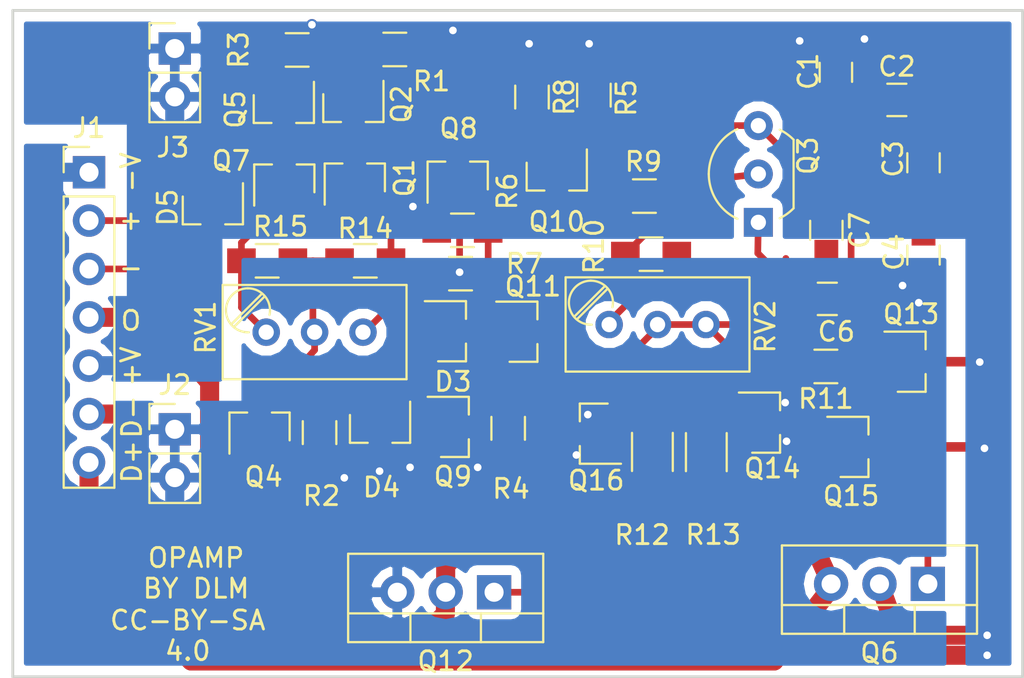
<source format=kicad_pcb>
(kicad_pcb (version 4) (host pcbnew 4.0.7)

  (general
    (links 84)
    (no_connects 0)
    (area 48.252381 56.325 102.075001 92.255)
    (thickness 1.6)
    (drawings 13)
    (tracks 331)
    (zones 0)
    (modules 45)
    (nets 31)
  )

  (page A4)
  (layers
    (0 F.Cu signal)
    (31 B.Cu signal)
    (32 B.Adhes user)
    (33 F.Adhes user)
    (34 B.Paste user)
    (35 F.Paste user)
    (36 B.SilkS user)
    (37 F.SilkS user)
    (38 B.Mask user)
    (39 F.Mask user)
    (40 Dwgs.User user)
    (41 Cmts.User user)
    (42 Eco1.User user)
    (43 Eco2.User user)
    (44 Edge.Cuts user)
    (45 Margin user)
    (46 B.CrtYd user)
    (47 F.CrtYd user)
    (48 B.Fab user)
    (49 F.Fab user)
  )

  (setup
    (last_trace_width 0.35)
    (user_trace_width 0.35)
    (user_trace_width 0.5)
    (user_trace_width 1)
    (trace_clearance 0.2)
    (zone_clearance 0.508)
    (zone_45_only no)
    (trace_min 0.2)
    (segment_width 0.2)
    (edge_width 0.15)
    (via_size 0.6)
    (via_drill 0.4)
    (via_min_size 0.4)
    (via_min_drill 0.3)
    (uvia_size 0.3)
    (uvia_drill 0.1)
    (uvias_allowed no)
    (uvia_min_size 0.2)
    (uvia_min_drill 0.1)
    (pcb_text_width 0.3)
    (pcb_text_size 1.5 1.5)
    (mod_edge_width 0.15)
    (mod_text_size 1 1)
    (mod_text_width 0.15)
    (pad_size 1.524 1.524)
    (pad_drill 0.762)
    (pad_to_mask_clearance 0.2)
    (aux_axis_origin 0 0)
    (visible_elements 7FFFFFFF)
    (pcbplotparams
      (layerselection 0x010f0_80000001)
      (usegerberextensions false)
      (excludeedgelayer true)
      (linewidth 0.100000)
      (plotframeref false)
      (viasonmask false)
      (mode 1)
      (useauxorigin false)
      (hpglpennumber 1)
      (hpglpenspeed 20)
      (hpglpendiameter 15)
      (hpglpenoverlay 2)
      (psnegative false)
      (psa4output false)
      (plotreference true)
      (plotvalue true)
      (plotinvisibletext false)
      (padsonsilk false)
      (subtractmaskfromsilk false)
      (outputformat 1)
      (mirror false)
      (drillshape 0)
      (scaleselection 1)
      (outputdirectory gerber))
  )

  (net 0 "")
  (net 1 VCC)
  (net 2 "Net-(C1-Pad2)")
  (net 3 "Net-(C2-Pad2)")
  (net 4 "Net-(C3-Pad2)")
  (net 5 VEE)
  (net 6 "Net-(C6-Pad1)")
  (net 7 "Net-(C6-Pad2)")
  (net 8 "Net-(C7-Pad1)")
  (net 9 "Net-(C7-Pad2)")
  (net 10 "Net-(D3-Pad1)")
  (net 11 "Net-(D3-Pad2)")
  (net 12 /POS)
  (net 13 /NEG)
  (net 14 /OUT)
  (net 15 "Net-(Q1-Pad2)")
  (net 16 "Net-(Q2-Pad1)")
  (net 17 "Net-(Q2-Pad2)")
  (net 18 "Net-(Q4-Pad2)")
  (net 19 "Net-(Q4-Pad3)")
  (net 20 "Net-(Q5-Pad2)")
  (net 21 "Net-(Q7-Pad2)")
  (net 22 "Net-(Q10-Pad1)")
  (net 23 "Net-(Q11-Pad2)")
  (net 24 "Net-(Q10-Pad2)")
  (net 25 "Net-(Q12-Pad1)")
  (net 26 "Net-(R6-Pad2)")
  (net 27 "Net-(R10-Pad2)")
  (net 28 /DRVMINUS)
  (net 29 /DRVPLUS)
  (net 30 "Net-(Q3-Pad2)")

  (net_class Default "This is the default net class."
    (clearance 0.2)
    (trace_width 0.25)
    (via_dia 0.6)
    (via_drill 0.4)
    (uvia_dia 0.3)
    (uvia_drill 0.1)
    (add_net /DRVMINUS)
    (add_net /DRVPLUS)
    (add_net /NEG)
    (add_net /OUT)
    (add_net /POS)
    (add_net "Net-(C1-Pad2)")
    (add_net "Net-(C2-Pad2)")
    (add_net "Net-(C3-Pad2)")
    (add_net "Net-(C6-Pad1)")
    (add_net "Net-(C6-Pad2)")
    (add_net "Net-(C7-Pad1)")
    (add_net "Net-(C7-Pad2)")
    (add_net "Net-(D3-Pad1)")
    (add_net "Net-(D3-Pad2)")
    (add_net "Net-(Q1-Pad2)")
    (add_net "Net-(Q10-Pad1)")
    (add_net "Net-(Q10-Pad2)")
    (add_net "Net-(Q11-Pad2)")
    (add_net "Net-(Q12-Pad1)")
    (add_net "Net-(Q2-Pad1)")
    (add_net "Net-(Q2-Pad2)")
    (add_net "Net-(Q3-Pad2)")
    (add_net "Net-(Q4-Pad2)")
    (add_net "Net-(Q4-Pad3)")
    (add_net "Net-(Q5-Pad2)")
    (add_net "Net-(Q7-Pad2)")
    (add_net "Net-(R10-Pad2)")
    (add_net "Net-(R6-Pad2)")
    (add_net VCC)
    (add_net VEE)
  )

  (module Pin_Headers:Pin_Header_Straight_1x07_Pitch2.54mm (layer F.Cu) (tedit 59650532) (tstamp 60A20777)
    (at 53 65.5)
    (descr "Through hole straight pin header, 1x07, 2.54mm pitch, single row")
    (tags "Through hole pin header THT 1x07 2.54mm single row")
    (path /60A20C90)
    (fp_text reference J1 (at 0 -2.33) (layer F.SilkS)
      (effects (font (size 1 1) (thickness 0.15)))
    )
    (fp_text value Conn_01x07 (at 0 17.57) (layer F.Fab)
      (effects (font (size 1 1) (thickness 0.15)))
    )
    (fp_line (start -0.635 -1.27) (end 1.27 -1.27) (layer F.Fab) (width 0.1))
    (fp_line (start 1.27 -1.27) (end 1.27 16.51) (layer F.Fab) (width 0.1))
    (fp_line (start 1.27 16.51) (end -1.27 16.51) (layer F.Fab) (width 0.1))
    (fp_line (start -1.27 16.51) (end -1.27 -0.635) (layer F.Fab) (width 0.1))
    (fp_line (start -1.27 -0.635) (end -0.635 -1.27) (layer F.Fab) (width 0.1))
    (fp_line (start -1.33 16.57) (end 1.33 16.57) (layer F.SilkS) (width 0.12))
    (fp_line (start -1.33 1.27) (end -1.33 16.57) (layer F.SilkS) (width 0.12))
    (fp_line (start 1.33 1.27) (end 1.33 16.57) (layer F.SilkS) (width 0.12))
    (fp_line (start -1.33 1.27) (end 1.33 1.27) (layer F.SilkS) (width 0.12))
    (fp_line (start -1.33 0) (end -1.33 -1.33) (layer F.SilkS) (width 0.12))
    (fp_line (start -1.33 -1.33) (end 0 -1.33) (layer F.SilkS) (width 0.12))
    (fp_line (start -1.8 -1.8) (end -1.8 17.05) (layer F.CrtYd) (width 0.05))
    (fp_line (start -1.8 17.05) (end 1.8 17.05) (layer F.CrtYd) (width 0.05))
    (fp_line (start 1.8 17.05) (end 1.8 -1.8) (layer F.CrtYd) (width 0.05))
    (fp_line (start 1.8 -1.8) (end -1.8 -1.8) (layer F.CrtYd) (width 0.05))
    (fp_text user %R (at 0 7.62 90) (layer F.Fab)
      (effects (font (size 1 1) (thickness 0.15)))
    )
    (pad 1 thru_hole rect (at 0 0) (size 1.7 1.7) (drill 1) (layers *.Cu *.Mask)
      (net 5 VEE))
    (pad 2 thru_hole oval (at 0 2.54) (size 1.7 1.7) (drill 1) (layers *.Cu *.Mask)
      (net 12 /POS))
    (pad 3 thru_hole oval (at 0 5.08) (size 1.7 1.7) (drill 1) (layers *.Cu *.Mask)
      (net 13 /NEG))
    (pad 4 thru_hole oval (at 0 7.62) (size 1.7 1.7) (drill 1) (layers *.Cu *.Mask)
      (net 14 /OUT))
    (pad 5 thru_hole oval (at 0 10.16) (size 1.7 1.7) (drill 1) (layers *.Cu *.Mask)
      (net 1 VCC))
    (pad 6 thru_hole oval (at 0 12.7) (size 1.7 1.7) (drill 1) (layers *.Cu *.Mask)
      (net 28 /DRVMINUS))
    (pad 7 thru_hole oval (at 0 15.24) (size 1.7 1.7) (drill 1) (layers *.Cu *.Mask)
      (net 29 /DRVPLUS))
    (model ${KISYS3DMOD}/Pin_Headers.3dshapes/Pin_Header_Straight_1x07_Pitch2.54mm.wrl
      (at (xyz 0 0 0))
      (scale (xyz 1 1 1))
      (rotate (xyz 0 0 0))
    )
  )

  (module TO_SOT_Packages_THT:TO-220-3_Vertical (layer F.Cu) (tedit 58CE52AD) (tstamp 60A527F8)
    (at 74.26 87.56 180)
    (descr "TO-220-3, Vertical, RM 2.54mm")
    (tags "TO-220-3 Vertical RM 2.54mm")
    (path /60A5818E)
    (fp_text reference Q12 (at 2.54 -3.62 180) (layer F.SilkS)
      (effects (font (size 1 1) (thickness 0.15)))
    )
    (fp_text value TIP42 (at 2.54 3.92 180) (layer F.Fab)
      (effects (font (size 1 1) (thickness 0.15)))
    )
    (fp_text user %R (at 2.54 -3.62 180) (layer F.Fab)
      (effects (font (size 1 1) (thickness 0.15)))
    )
    (fp_line (start -2.46 -2.5) (end -2.46 1.9) (layer F.Fab) (width 0.1))
    (fp_line (start -2.46 1.9) (end 7.54 1.9) (layer F.Fab) (width 0.1))
    (fp_line (start 7.54 1.9) (end 7.54 -2.5) (layer F.Fab) (width 0.1))
    (fp_line (start 7.54 -2.5) (end -2.46 -2.5) (layer F.Fab) (width 0.1))
    (fp_line (start -2.46 -1.23) (end 7.54 -1.23) (layer F.Fab) (width 0.1))
    (fp_line (start 0.69 -2.5) (end 0.69 -1.23) (layer F.Fab) (width 0.1))
    (fp_line (start 4.39 -2.5) (end 4.39 -1.23) (layer F.Fab) (width 0.1))
    (fp_line (start -2.58 -2.62) (end 7.66 -2.62) (layer F.SilkS) (width 0.12))
    (fp_line (start -2.58 2.021) (end 7.66 2.021) (layer F.SilkS) (width 0.12))
    (fp_line (start -2.58 -2.62) (end -2.58 2.021) (layer F.SilkS) (width 0.12))
    (fp_line (start 7.66 -2.62) (end 7.66 2.021) (layer F.SilkS) (width 0.12))
    (fp_line (start -2.58 -1.11) (end 7.66 -1.11) (layer F.SilkS) (width 0.12))
    (fp_line (start 0.69 -2.62) (end 0.69 -1.11) (layer F.SilkS) (width 0.12))
    (fp_line (start 4.391 -2.62) (end 4.391 -1.11) (layer F.SilkS) (width 0.12))
    (fp_line (start -2.71 -2.75) (end -2.71 2.16) (layer F.CrtYd) (width 0.05))
    (fp_line (start -2.71 2.16) (end 7.79 2.16) (layer F.CrtYd) (width 0.05))
    (fp_line (start 7.79 2.16) (end 7.79 -2.75) (layer F.CrtYd) (width 0.05))
    (fp_line (start 7.79 -2.75) (end -2.71 -2.75) (layer F.CrtYd) (width 0.05))
    (pad 1 thru_hole rect (at 0 0 180) (size 1.8 1.8) (drill 1) (layers *.Cu *.Mask)
      (net 25 "Net-(Q12-Pad1)"))
    (pad 2 thru_hole oval (at 2.54 0 180) (size 1.8 1.8) (drill 1) (layers *.Cu *.Mask)
      (net 28 /DRVMINUS))
    (pad 3 thru_hole oval (at 5.08 0 180) (size 1.8 1.8) (drill 1) (layers *.Cu *.Mask)
      (net 5 VEE))
    (model ${KISYS3DMOD}/TO_SOT_Packages_THT.3dshapes/TO-220-3_Vertical.wrl
      (at (xyz 0.1 0 0))
      (scale (xyz 0.393701 0.393701 0.393701))
      (rotate (xyz 0 0 0))
    )
  )

  (module TO_SOT_Packages_SMD:SOT-23 (layer F.Cu) (tedit 6064EBDD) (tstamp 6064EB34)
    (at 66.875 62.1 270)
    (descr "SOT-23, Standard")
    (tags SOT-23)
    (path /6064EBD9)
    (attr smd)
    (fp_text reference Q2 (at -0.175 -2.525 270) (layer F.SilkS)
      (effects (font (size 1 1) (thickness 0.15)))
    )
    (fp_text value 5401 (at 0 2.5 270) (layer F.Fab)
      (effects (font (size 1 1) (thickness 0.15)))
    )
    (fp_text user %R (at 0 0 360) (layer F.Fab)
      (effects (font (size 0.5 0.5) (thickness 0.075)))
    )
    (fp_line (start -0.7 -0.95) (end -0.7 1.5) (layer F.Fab) (width 0.1))
    (fp_line (start -0.15 -1.52) (end 0.7 -1.52) (layer F.Fab) (width 0.1))
    (fp_line (start -0.7 -0.95) (end -0.15 -1.52) (layer F.Fab) (width 0.1))
    (fp_line (start 0.7 -1.52) (end 0.7 1.52) (layer F.Fab) (width 0.1))
    (fp_line (start -0.7 1.52) (end 0.7 1.52) (layer F.Fab) (width 0.1))
    (fp_line (start 0.76 1.58) (end 0.76 0.65) (layer F.SilkS) (width 0.12))
    (fp_line (start 0.76 -1.58) (end 0.76 -0.65) (layer F.SilkS) (width 0.12))
    (fp_line (start -1.7 -1.75) (end 1.7 -1.75) (layer F.CrtYd) (width 0.05))
    (fp_line (start 1.7 -1.75) (end 1.7 1.75) (layer F.CrtYd) (width 0.05))
    (fp_line (start 1.7 1.75) (end -1.7 1.75) (layer F.CrtYd) (width 0.05))
    (fp_line (start -1.7 1.75) (end -1.7 -1.75) (layer F.CrtYd) (width 0.05))
    (fp_line (start 0.76 -1.58) (end -1.4 -1.58) (layer F.SilkS) (width 0.12))
    (fp_line (start 0.76 1.58) (end -0.7 1.58) (layer F.SilkS) (width 0.12))
    (pad 1 smd rect (at -1 -0.95 270) (size 0.9 0.8) (layers F.Cu F.Paste F.Mask)
      (net 16 "Net-(Q2-Pad1)"))
    (pad 2 smd rect (at -1 0.95 270) (size 0.9 0.8) (layers F.Cu F.Paste F.Mask)
      (net 17 "Net-(Q2-Pad2)"))
    (pad 3 smd rect (at 1 0 270) (size 0.9 0.8) (layers F.Cu F.Paste F.Mask)
      (net 8 "Net-(C7-Pad1)"))
    (model ${KISYS3DMOD}/TO_SOT_Packages_SMD.3dshapes/SOT-23.wrl
      (at (xyz 0 0 0))
      (scale (xyz 1 1 1))
      (rotate (xyz 0 0 0))
    )
  )

  (module Capacitors_SMD:C_0805_HandSoldering (layer F.Cu) (tedit 6064FBB2) (tstamp 6064EA37)
    (at 92.2 60.25 270)
    (descr "Capacitor SMD 0805, hand soldering")
    (tags "capacitor 0805")
    (path /60654263)
    (attr smd)
    (fp_text reference C1 (at -0.05 1.45 270) (layer F.SilkS)
      (effects (font (size 1 1) (thickness 0.15)))
    )
    (fp_text value "1 uF" (at 0 1.75 270) (layer F.Fab)
      (effects (font (size 1 1) (thickness 0.15)))
    )
    (fp_text user %R (at 0 -1.75 270) (layer F.Fab)
      (effects (font (size 1 1) (thickness 0.15)))
    )
    (fp_line (start -1 0.62) (end -1 -0.62) (layer F.Fab) (width 0.1))
    (fp_line (start 1 0.62) (end -1 0.62) (layer F.Fab) (width 0.1))
    (fp_line (start 1 -0.62) (end 1 0.62) (layer F.Fab) (width 0.1))
    (fp_line (start -1 -0.62) (end 1 -0.62) (layer F.Fab) (width 0.1))
    (fp_line (start 0.5 -0.85) (end -0.5 -0.85) (layer F.SilkS) (width 0.12))
    (fp_line (start -0.5 0.85) (end 0.5 0.85) (layer F.SilkS) (width 0.12))
    (fp_line (start -2.25 -0.88) (end 2.25 -0.88) (layer F.CrtYd) (width 0.05))
    (fp_line (start -2.25 -0.88) (end -2.25 0.87) (layer F.CrtYd) (width 0.05))
    (fp_line (start 2.25 0.87) (end 2.25 -0.88) (layer F.CrtYd) (width 0.05))
    (fp_line (start 2.25 0.87) (end -2.25 0.87) (layer F.CrtYd) (width 0.05))
    (pad 1 smd rect (at -1.25 0 270) (size 1.5 1.25) (layers F.Cu F.Paste F.Mask)
      (net 1 VCC))
    (pad 2 smd rect (at 1.25 0 270) (size 1.5 1.25) (layers F.Cu F.Paste F.Mask)
      (net 2 "Net-(C1-Pad2)"))
    (model Capacitors_SMD.3dshapes/C_0805.wrl
      (at (xyz 0 0 0))
      (scale (xyz 1 1 1))
      (rotate (xyz 0 0 0))
    )
  )

  (module Capacitors_SMD:C_0805_HandSoldering (layer F.Cu) (tedit 58AA84A8) (tstamp 6064EA48)
    (at 95.4 61.7)
    (descr "Capacitor SMD 0805, hand soldering")
    (tags "capacitor 0805")
    (path /60654CA3)
    (attr smd)
    (fp_text reference C2 (at 0 -1.75) (layer F.SilkS)
      (effects (font (size 1 1) (thickness 0.15)))
    )
    (fp_text value "1 uF" (at 0 1.75) (layer F.Fab)
      (effects (font (size 1 1) (thickness 0.15)))
    )
    (fp_text user %R (at 0 -1.75) (layer F.Fab)
      (effects (font (size 1 1) (thickness 0.15)))
    )
    (fp_line (start -1 0.62) (end -1 -0.62) (layer F.Fab) (width 0.1))
    (fp_line (start 1 0.62) (end -1 0.62) (layer F.Fab) (width 0.1))
    (fp_line (start 1 -0.62) (end 1 0.62) (layer F.Fab) (width 0.1))
    (fp_line (start -1 -0.62) (end 1 -0.62) (layer F.Fab) (width 0.1))
    (fp_line (start 0.5 -0.85) (end -0.5 -0.85) (layer F.SilkS) (width 0.12))
    (fp_line (start -0.5 0.85) (end 0.5 0.85) (layer F.SilkS) (width 0.12))
    (fp_line (start -2.25 -0.88) (end 2.25 -0.88) (layer F.CrtYd) (width 0.05))
    (fp_line (start -2.25 -0.88) (end -2.25 0.87) (layer F.CrtYd) (width 0.05))
    (fp_line (start 2.25 0.87) (end 2.25 -0.88) (layer F.CrtYd) (width 0.05))
    (fp_line (start 2.25 0.87) (end -2.25 0.87) (layer F.CrtYd) (width 0.05))
    (pad 1 smd rect (at -1.25 0) (size 1.5 1.25) (layers F.Cu F.Paste F.Mask)
      (net 2 "Net-(C1-Pad2)"))
    (pad 2 smd rect (at 1.25 0) (size 1.5 1.25) (layers F.Cu F.Paste F.Mask)
      (net 3 "Net-(C2-Pad2)"))
    (model Capacitors_SMD.3dshapes/C_0805.wrl
      (at (xyz 0 0 0))
      (scale (xyz 1 1 1))
      (rotate (xyz 0 0 0))
    )
  )

  (module Capacitors_SMD:C_0805_HandSoldering (layer F.Cu) (tedit 6064FBC8) (tstamp 6064EA59)
    (at 96.8 65 270)
    (descr "Capacitor SMD 0805, hand soldering")
    (tags "capacitor 0805")
    (path /60654D38)
    (attr smd)
    (fp_text reference C3 (at -0.2 1.6 270) (layer F.SilkS)
      (effects (font (size 1 1) (thickness 0.15)))
    )
    (fp_text value "1 uF" (at 0 1.75 270) (layer F.Fab)
      (effects (font (size 1 1) (thickness 0.15)))
    )
    (fp_text user %R (at 0 -1.75 270) (layer F.Fab)
      (effects (font (size 1 1) (thickness 0.15)))
    )
    (fp_line (start -1 0.62) (end -1 -0.62) (layer F.Fab) (width 0.1))
    (fp_line (start 1 0.62) (end -1 0.62) (layer F.Fab) (width 0.1))
    (fp_line (start 1 -0.62) (end 1 0.62) (layer F.Fab) (width 0.1))
    (fp_line (start -1 -0.62) (end 1 -0.62) (layer F.Fab) (width 0.1))
    (fp_line (start 0.5 -0.85) (end -0.5 -0.85) (layer F.SilkS) (width 0.12))
    (fp_line (start -0.5 0.85) (end 0.5 0.85) (layer F.SilkS) (width 0.12))
    (fp_line (start -2.25 -0.88) (end 2.25 -0.88) (layer F.CrtYd) (width 0.05))
    (fp_line (start -2.25 -0.88) (end -2.25 0.87) (layer F.CrtYd) (width 0.05))
    (fp_line (start 2.25 0.87) (end 2.25 -0.88) (layer F.CrtYd) (width 0.05))
    (fp_line (start 2.25 0.87) (end -2.25 0.87) (layer F.CrtYd) (width 0.05))
    (pad 1 smd rect (at -1.25 0 270) (size 1.5 1.25) (layers F.Cu F.Paste F.Mask)
      (net 3 "Net-(C2-Pad2)"))
    (pad 2 smd rect (at 1.25 0 270) (size 1.5 1.25) (layers F.Cu F.Paste F.Mask)
      (net 4 "Net-(C3-Pad2)"))
    (model Capacitors_SMD.3dshapes/C_0805.wrl
      (at (xyz 0 0 0))
      (scale (xyz 1 1 1))
      (rotate (xyz 0 0 0))
    )
  )

  (module Capacitors_SMD:C_0805_HandSoldering (layer F.Cu) (tedit 6064FBCA) (tstamp 6064EA6A)
    (at 96.8 69.85 270)
    (descr "Capacitor SMD 0805, hand soldering")
    (tags "capacitor 0805")
    (path /60654DCC)
    (attr smd)
    (fp_text reference C4 (at -0.15 1.55 270) (layer F.SilkS)
      (effects (font (size 1 1) (thickness 0.15)))
    )
    (fp_text value "1 uF" (at 0 1.75 270) (layer F.Fab)
      (effects (font (size 1 1) (thickness 0.15)))
    )
    (fp_text user %R (at 0 -1.75 270) (layer F.Fab)
      (effects (font (size 1 1) (thickness 0.15)))
    )
    (fp_line (start -1 0.62) (end -1 -0.62) (layer F.Fab) (width 0.1))
    (fp_line (start 1 0.62) (end -1 0.62) (layer F.Fab) (width 0.1))
    (fp_line (start 1 -0.62) (end 1 0.62) (layer F.Fab) (width 0.1))
    (fp_line (start -1 -0.62) (end 1 -0.62) (layer F.Fab) (width 0.1))
    (fp_line (start 0.5 -0.85) (end -0.5 -0.85) (layer F.SilkS) (width 0.12))
    (fp_line (start -0.5 0.85) (end 0.5 0.85) (layer F.SilkS) (width 0.12))
    (fp_line (start -2.25 -0.88) (end 2.25 -0.88) (layer F.CrtYd) (width 0.05))
    (fp_line (start -2.25 -0.88) (end -2.25 0.87) (layer F.CrtYd) (width 0.05))
    (fp_line (start 2.25 0.87) (end 2.25 -0.88) (layer F.CrtYd) (width 0.05))
    (fp_line (start 2.25 0.87) (end -2.25 0.87) (layer F.CrtYd) (width 0.05))
    (pad 1 smd rect (at -1.25 0 270) (size 1.5 1.25) (layers F.Cu F.Paste F.Mask)
      (net 4 "Net-(C3-Pad2)"))
    (pad 2 smd rect (at 1.25 0 270) (size 1.5 1.25) (layers F.Cu F.Paste F.Mask)
      (net 5 VEE))
    (model Capacitors_SMD.3dshapes/C_0805.wrl
      (at (xyz 0 0 0))
      (scale (xyz 1 1 1))
      (rotate (xyz 0 0 0))
    )
  )

  (module Capacitors_SMD:C_0805_HandSoldering (layer F.Cu) (tedit 6064F673) (tstamp 6064EA8C)
    (at 91.75 72.15 180)
    (descr "Capacitor SMD 0805, hand soldering")
    (tags "capacitor 0805")
    (path /606522AF)
    (attr smd)
    (fp_text reference C6 (at -0.475 -1.725 360) (layer F.SilkS)
      (effects (font (size 1 1) (thickness 0.15)))
    )
    (fp_text value "100 nF" (at 0 1.75 180) (layer F.Fab)
      (effects (font (size 1 1) (thickness 0.15)))
    )
    (fp_text user %R (at 0 -1.75 180) (layer F.Fab)
      (effects (font (size 1 1) (thickness 0.15)))
    )
    (fp_line (start -1 0.62) (end -1 -0.62) (layer F.Fab) (width 0.1))
    (fp_line (start 1 0.62) (end -1 0.62) (layer F.Fab) (width 0.1))
    (fp_line (start 1 -0.62) (end 1 0.62) (layer F.Fab) (width 0.1))
    (fp_line (start -1 -0.62) (end 1 -0.62) (layer F.Fab) (width 0.1))
    (fp_line (start 0.5 -0.85) (end -0.5 -0.85) (layer F.SilkS) (width 0.12))
    (fp_line (start -0.5 0.85) (end 0.5 0.85) (layer F.SilkS) (width 0.12))
    (fp_line (start -2.25 -0.88) (end 2.25 -0.88) (layer F.CrtYd) (width 0.05))
    (fp_line (start -2.25 -0.88) (end -2.25 0.87) (layer F.CrtYd) (width 0.05))
    (fp_line (start 2.25 0.87) (end 2.25 -0.88) (layer F.CrtYd) (width 0.05))
    (fp_line (start 2.25 0.87) (end -2.25 0.87) (layer F.CrtYd) (width 0.05))
    (pad 1 smd rect (at -1.25 0 180) (size 1.5 1.25) (layers F.Cu F.Paste F.Mask)
      (net 6 "Net-(C6-Pad1)"))
    (pad 2 smd rect (at 1.25 0 180) (size 1.5 1.25) (layers F.Cu F.Paste F.Mask)
      (net 7 "Net-(C6-Pad2)"))
    (model Capacitors_SMD.3dshapes/C_0805.wrl
      (at (xyz 0 0 0))
      (scale (xyz 1 1 1))
      (rotate (xyz 0 0 0))
    )
  )

  (module Capacitors_SMD:C_0805_HandSoldering (layer F.Cu) (tedit 58AA84A8) (tstamp 6064EA9D)
    (at 91.7 68.55 270)
    (descr "Capacitor SMD 0805, hand soldering")
    (tags "capacitor 0805")
    (path /60652ED0)
    (attr smd)
    (fp_text reference C7 (at 0 -1.75 270) (layer F.SilkS)
      (effects (font (size 1 1) (thickness 0.15)))
    )
    (fp_text value "47 pF" (at 0 1.75 270) (layer F.Fab)
      (effects (font (size 1 1) (thickness 0.15)))
    )
    (fp_text user %R (at 0 -1.75 270) (layer F.Fab)
      (effects (font (size 1 1) (thickness 0.15)))
    )
    (fp_line (start -1 0.62) (end -1 -0.62) (layer F.Fab) (width 0.1))
    (fp_line (start 1 0.62) (end -1 0.62) (layer F.Fab) (width 0.1))
    (fp_line (start 1 -0.62) (end 1 0.62) (layer F.Fab) (width 0.1))
    (fp_line (start -1 -0.62) (end 1 -0.62) (layer F.Fab) (width 0.1))
    (fp_line (start 0.5 -0.85) (end -0.5 -0.85) (layer F.SilkS) (width 0.12))
    (fp_line (start -0.5 0.85) (end 0.5 0.85) (layer F.SilkS) (width 0.12))
    (fp_line (start -2.25 -0.88) (end 2.25 -0.88) (layer F.CrtYd) (width 0.05))
    (fp_line (start -2.25 -0.88) (end -2.25 0.87) (layer F.CrtYd) (width 0.05))
    (fp_line (start 2.25 0.87) (end 2.25 -0.88) (layer F.CrtYd) (width 0.05))
    (fp_line (start 2.25 0.87) (end -2.25 0.87) (layer F.CrtYd) (width 0.05))
    (pad 1 smd rect (at -1.25 0 270) (size 1.5 1.25) (layers F.Cu F.Paste F.Mask)
      (net 8 "Net-(C7-Pad1)"))
    (pad 2 smd rect (at 1.25 0 270) (size 1.5 1.25) (layers F.Cu F.Paste F.Mask)
      (net 9 "Net-(C7-Pad2)"))
    (model Capacitors_SMD.3dshapes/C_0805.wrl
      (at (xyz 0 0 0))
      (scale (xyz 1 1 1))
      (rotate (xyz 0 0 0))
    )
  )

  (module TO_SOT_Packages_SMD:SOT-23 (layer F.Cu) (tedit 6064F728) (tstamp 6064EADC)
    (at 72.025 73.85)
    (descr "SOT-23, Standard")
    (tags SOT-23)
    (path /6064F54B)
    (attr smd)
    (fp_text reference D3 (at 0.075 2.65) (layer F.SilkS)
      (effects (font (size 1 1) (thickness 0.15)))
    )
    (fp_text value D_x2_Serial_AKC (at 0 2.5) (layer F.Fab)
      (effects (font (size 1 1) (thickness 0.15)))
    )
    (fp_text user %R (at 0 0 90) (layer F.Fab)
      (effects (font (size 0.5 0.5) (thickness 0.075)))
    )
    (fp_line (start -0.7 -0.95) (end -0.7 1.5) (layer F.Fab) (width 0.1))
    (fp_line (start -0.15 -1.52) (end 0.7 -1.52) (layer F.Fab) (width 0.1))
    (fp_line (start -0.7 -0.95) (end -0.15 -1.52) (layer F.Fab) (width 0.1))
    (fp_line (start 0.7 -1.52) (end 0.7 1.52) (layer F.Fab) (width 0.1))
    (fp_line (start -0.7 1.52) (end 0.7 1.52) (layer F.Fab) (width 0.1))
    (fp_line (start 0.76 1.58) (end 0.76 0.65) (layer F.SilkS) (width 0.12))
    (fp_line (start 0.76 -1.58) (end 0.76 -0.65) (layer F.SilkS) (width 0.12))
    (fp_line (start -1.7 -1.75) (end 1.7 -1.75) (layer F.CrtYd) (width 0.05))
    (fp_line (start 1.7 -1.75) (end 1.7 1.75) (layer F.CrtYd) (width 0.05))
    (fp_line (start 1.7 1.75) (end -1.7 1.75) (layer F.CrtYd) (width 0.05))
    (fp_line (start -1.7 1.75) (end -1.7 -1.75) (layer F.CrtYd) (width 0.05))
    (fp_line (start 0.76 -1.58) (end -1.4 -1.58) (layer F.SilkS) (width 0.12))
    (fp_line (start 0.76 1.58) (end -0.7 1.58) (layer F.SilkS) (width 0.12))
    (pad 1 smd rect (at -1 -0.95) (size 0.9 0.8) (layers F.Cu F.Paste F.Mask)
      (net 10 "Net-(D3-Pad1)"))
    (pad 2 smd rect (at -1 0.95) (size 0.9 0.8) (layers F.Cu F.Paste F.Mask)
      (net 11 "Net-(D3-Pad2)"))
    (pad 3 smd rect (at 1 0) (size 0.9 0.8) (layers F.Cu F.Paste F.Mask))
    (model ${KISYS3DMOD}/TO_SOT_Packages_SMD.3dshapes/SOT-23.wrl
      (at (xyz 0 0 0))
      (scale (xyz 1 1 1))
      (rotate (xyz 0 0 0))
    )
  )

  (module TO_SOT_Packages_SMD:SOT-23 (layer F.Cu) (tedit 6064FD30) (tstamp 6064EAF1)
    (at 68.275 78.95 270)
    (descr "SOT-23, Standard")
    (tags SOT-23)
    (path /6064F638)
    (attr smd)
    (fp_text reference D4 (at 3.1 -0.075 540) (layer F.SilkS)
      (effects (font (size 1 1) (thickness 0.15)))
    )
    (fp_text value D_x2_Serial_AKC (at 0 2.5 270) (layer F.Fab)
      (effects (font (size 1 1) (thickness 0.15)))
    )
    (fp_text user %R (at 0 0 360) (layer F.Fab)
      (effects (font (size 0.5 0.5) (thickness 0.075)))
    )
    (fp_line (start -0.7 -0.95) (end -0.7 1.5) (layer F.Fab) (width 0.1))
    (fp_line (start -0.15 -1.52) (end 0.7 -1.52) (layer F.Fab) (width 0.1))
    (fp_line (start -0.7 -0.95) (end -0.15 -1.52) (layer F.Fab) (width 0.1))
    (fp_line (start 0.7 -1.52) (end 0.7 1.52) (layer F.Fab) (width 0.1))
    (fp_line (start -0.7 1.52) (end 0.7 1.52) (layer F.Fab) (width 0.1))
    (fp_line (start 0.76 1.58) (end 0.76 0.65) (layer F.SilkS) (width 0.12))
    (fp_line (start 0.76 -1.58) (end 0.76 -0.65) (layer F.SilkS) (width 0.12))
    (fp_line (start -1.7 -1.75) (end 1.7 -1.75) (layer F.CrtYd) (width 0.05))
    (fp_line (start 1.7 -1.75) (end 1.7 1.75) (layer F.CrtYd) (width 0.05))
    (fp_line (start 1.7 1.75) (end -1.7 1.75) (layer F.CrtYd) (width 0.05))
    (fp_line (start -1.7 1.75) (end -1.7 -1.75) (layer F.CrtYd) (width 0.05))
    (fp_line (start 0.76 -1.58) (end -1.4 -1.58) (layer F.SilkS) (width 0.12))
    (fp_line (start 0.76 1.58) (end -0.7 1.58) (layer F.SilkS) (width 0.12))
    (pad 1 smd rect (at -1 -0.95 270) (size 0.9 0.8) (layers F.Cu F.Paste F.Mask)
      (net 11 "Net-(D3-Pad2)"))
    (pad 2 smd rect (at -1 0.95 270) (size 0.9 0.8) (layers F.Cu F.Paste F.Mask))
    (pad 3 smd rect (at 1 0 270) (size 0.9 0.8) (layers F.Cu F.Paste F.Mask)
      (net 5 VEE))
    (model ${KISYS3DMOD}/TO_SOT_Packages_SMD.3dshapes/SOT-23.wrl
      (at (xyz 0 0 0))
      (scale (xyz 1 1 1))
      (rotate (xyz 0 0 0))
    )
  )

  (module TO_SOT_Packages_SMD:SOT-23 (layer F.Cu) (tedit 6064EB7D) (tstamp 6064EB1F)
    (at 66.95 65.8 90)
    (descr "SOT-23, Standard")
    (tags SOT-23)
    (path /6064E070)
    (attr smd)
    (fp_text reference Q1 (at 0 2.6 90) (layer F.SilkS)
      (effects (font (size 1 1) (thickness 0.15)))
    )
    (fp_text value 5551 (at 0 2.5 90) (layer F.Fab)
      (effects (font (size 1 1) (thickness 0.15)))
    )
    (fp_text user %R (at 0 0 180) (layer F.Fab)
      (effects (font (size 0.5 0.5) (thickness 0.075)))
    )
    (fp_line (start -0.7 -0.95) (end -0.7 1.5) (layer F.Fab) (width 0.1))
    (fp_line (start -0.15 -1.52) (end 0.7 -1.52) (layer F.Fab) (width 0.1))
    (fp_line (start -0.7 -0.95) (end -0.15 -1.52) (layer F.Fab) (width 0.1))
    (fp_line (start 0.7 -1.52) (end 0.7 1.52) (layer F.Fab) (width 0.1))
    (fp_line (start -0.7 1.52) (end 0.7 1.52) (layer F.Fab) (width 0.1))
    (fp_line (start 0.76 1.58) (end 0.76 0.65) (layer F.SilkS) (width 0.12))
    (fp_line (start 0.76 -1.58) (end 0.76 -0.65) (layer F.SilkS) (width 0.12))
    (fp_line (start -1.7 -1.75) (end 1.7 -1.75) (layer F.CrtYd) (width 0.05))
    (fp_line (start 1.7 -1.75) (end 1.7 1.75) (layer F.CrtYd) (width 0.05))
    (fp_line (start 1.7 1.75) (end -1.7 1.75) (layer F.CrtYd) (width 0.05))
    (fp_line (start -1.7 1.75) (end -1.7 -1.75) (layer F.CrtYd) (width 0.05))
    (fp_line (start 0.76 -1.58) (end -1.4 -1.58) (layer F.SilkS) (width 0.12))
    (fp_line (start 0.76 1.58) (end -0.7 1.58) (layer F.SilkS) (width 0.12))
    (pad 1 smd rect (at -1 -0.95 90) (size 0.9 0.8) (layers F.Cu F.Paste F.Mask)
      (net 12 /POS))
    (pad 2 smd rect (at -1 0.95 90) (size 0.9 0.8) (layers F.Cu F.Paste F.Mask)
      (net 15 "Net-(Q1-Pad2)"))
    (pad 3 smd rect (at 1 0 90) (size 0.9 0.8) (layers F.Cu F.Paste F.Mask)
      (net 8 "Net-(C7-Pad1)"))
    (model ${KISYS3DMOD}/TO_SOT_Packages_SMD.3dshapes/SOT-23.wrl
      (at (xyz 0 0 0))
      (scale (xyz 1 1 1))
      (rotate (xyz 0 0 0))
    )
  )

  (module TO_SOT_Packages_SMD:SOT-23 (layer F.Cu) (tedit 606501AB) (tstamp 6064EB5E)
    (at 61.95 78.88 90)
    (descr "SOT-23, Standard")
    (tags SOT-23)
    (path /6064F1F5)
    (attr smd)
    (fp_text reference Q4 (at -2.62 0.21 180) (layer F.SilkS)
      (effects (font (size 1 1) (thickness 0.15)))
    )
    (fp_text value 5551 (at 0 2.5 90) (layer F.Fab)
      (effects (font (size 1 1) (thickness 0.15)))
    )
    (fp_text user %R (at 0 0 180) (layer F.Fab)
      (effects (font (size 0.5 0.5) (thickness 0.075)))
    )
    (fp_line (start -0.7 -0.95) (end -0.7 1.5) (layer F.Fab) (width 0.1))
    (fp_line (start -0.15 -1.52) (end 0.7 -1.52) (layer F.Fab) (width 0.1))
    (fp_line (start -0.7 -0.95) (end -0.15 -1.52) (layer F.Fab) (width 0.1))
    (fp_line (start 0.7 -1.52) (end 0.7 1.52) (layer F.Fab) (width 0.1))
    (fp_line (start -0.7 1.52) (end 0.7 1.52) (layer F.Fab) (width 0.1))
    (fp_line (start 0.76 1.58) (end 0.76 0.65) (layer F.SilkS) (width 0.12))
    (fp_line (start 0.76 -1.58) (end 0.76 -0.65) (layer F.SilkS) (width 0.12))
    (fp_line (start -1.7 -1.75) (end 1.7 -1.75) (layer F.CrtYd) (width 0.05))
    (fp_line (start 1.7 -1.75) (end 1.7 1.75) (layer F.CrtYd) (width 0.05))
    (fp_line (start 1.7 1.75) (end -1.7 1.75) (layer F.CrtYd) (width 0.05))
    (fp_line (start -1.7 1.75) (end -1.7 -1.75) (layer F.CrtYd) (width 0.05))
    (fp_line (start 0.76 -1.58) (end -1.4 -1.58) (layer F.SilkS) (width 0.12))
    (fp_line (start 0.76 1.58) (end -0.7 1.58) (layer F.SilkS) (width 0.12))
    (pad 1 smd rect (at -1 -0.95 90) (size 0.9 0.8) (layers F.Cu F.Paste F.Mask)
      (net 10 "Net-(D3-Pad1)"))
    (pad 2 smd rect (at -1 0.95 90) (size 0.9 0.8) (layers F.Cu F.Paste F.Mask)
      (net 18 "Net-(Q4-Pad2)"))
    (pad 3 smd rect (at 1 0 90) (size 0.9 0.8) (layers F.Cu F.Paste F.Mask)
      (net 19 "Net-(Q4-Pad3)"))
    (model ${KISYS3DMOD}/TO_SOT_Packages_SMD.3dshapes/SOT-23.wrl
      (at (xyz 0 0 0))
      (scale (xyz 1 1 1))
      (rotate (xyz 0 0 0))
    )
  )

  (module TO_SOT_Packages_SMD:SOT-23 (layer F.Cu) (tedit 6064EBDB) (tstamp 6064EB73)
    (at 63.225 62.15 270)
    (descr "SOT-23, Standard")
    (tags SOT-23)
    (path /6064EADC)
    (attr smd)
    (fp_text reference Q5 (at 0.05 2.55 270) (layer F.SilkS)
      (effects (font (size 1 1) (thickness 0.15)))
    )
    (fp_text value 5401 (at 0 2.5 270) (layer F.Fab)
      (effects (font (size 1 1) (thickness 0.15)))
    )
    (fp_text user %R (at 0 0 360) (layer F.Fab)
      (effects (font (size 0.5 0.5) (thickness 0.075)))
    )
    (fp_line (start -0.7 -0.95) (end -0.7 1.5) (layer F.Fab) (width 0.1))
    (fp_line (start -0.15 -1.52) (end 0.7 -1.52) (layer F.Fab) (width 0.1))
    (fp_line (start -0.7 -0.95) (end -0.15 -1.52) (layer F.Fab) (width 0.1))
    (fp_line (start 0.7 -1.52) (end 0.7 1.52) (layer F.Fab) (width 0.1))
    (fp_line (start -0.7 1.52) (end 0.7 1.52) (layer F.Fab) (width 0.1))
    (fp_line (start 0.76 1.58) (end 0.76 0.65) (layer F.SilkS) (width 0.12))
    (fp_line (start 0.76 -1.58) (end 0.76 -0.65) (layer F.SilkS) (width 0.12))
    (fp_line (start -1.7 -1.75) (end 1.7 -1.75) (layer F.CrtYd) (width 0.05))
    (fp_line (start 1.7 -1.75) (end 1.7 1.75) (layer F.CrtYd) (width 0.05))
    (fp_line (start 1.7 1.75) (end -1.7 1.75) (layer F.CrtYd) (width 0.05))
    (fp_line (start -1.7 1.75) (end -1.7 -1.75) (layer F.CrtYd) (width 0.05))
    (fp_line (start 0.76 -1.58) (end -1.4 -1.58) (layer F.SilkS) (width 0.12))
    (fp_line (start 0.76 1.58) (end -0.7 1.58) (layer F.SilkS) (width 0.12))
    (pad 1 smd rect (at -1 -0.95 270) (size 0.9 0.8) (layers F.Cu F.Paste F.Mask)
      (net 16 "Net-(Q2-Pad1)"))
    (pad 2 smd rect (at -1 0.95 270) (size 0.9 0.8) (layers F.Cu F.Paste F.Mask)
      (net 20 "Net-(Q5-Pad2)"))
    (pad 3 smd rect (at 1 0 270) (size 0.9 0.8) (layers F.Cu F.Paste F.Mask)
      (net 16 "Net-(Q2-Pad1)"))
    (model ${KISYS3DMOD}/TO_SOT_Packages_SMD.3dshapes/SOT-23.wrl
      (at (xyz 0 0 0))
      (scale (xyz 1 1 1))
      (rotate (xyz 0 0 0))
    )
  )

  (module TO_SOT_Packages_SMD:SOT-23 (layer F.Cu) (tedit 606A8E37) (tstamp 6064EB9D)
    (at 63.25 65.85 90)
    (descr "SOT-23, Standard")
    (tags SOT-23)
    (path /6064E1A7)
    (attr smd)
    (fp_text reference Q7 (at 0.95 -2.8 180) (layer F.SilkS)
      (effects (font (size 1 1) (thickness 0.15)))
    )
    (fp_text value 5551 (at 0 2.5 90) (layer F.Fab)
      (effects (font (size 1 1) (thickness 0.15)))
    )
    (fp_text user %R (at 0 0 180) (layer F.Fab)
      (effects (font (size 0.5 0.5) (thickness 0.075)))
    )
    (fp_line (start -0.7 -0.95) (end -0.7 1.5) (layer F.Fab) (width 0.1))
    (fp_line (start -0.15 -1.52) (end 0.7 -1.52) (layer F.Fab) (width 0.1))
    (fp_line (start -0.7 -0.95) (end -0.15 -1.52) (layer F.Fab) (width 0.1))
    (fp_line (start 0.7 -1.52) (end 0.7 1.52) (layer F.Fab) (width 0.1))
    (fp_line (start -0.7 1.52) (end 0.7 1.52) (layer F.Fab) (width 0.1))
    (fp_line (start 0.76 1.58) (end 0.76 0.65) (layer F.SilkS) (width 0.12))
    (fp_line (start 0.76 -1.58) (end 0.76 -0.65) (layer F.SilkS) (width 0.12))
    (fp_line (start -1.7 -1.75) (end 1.7 -1.75) (layer F.CrtYd) (width 0.05))
    (fp_line (start 1.7 -1.75) (end 1.7 1.75) (layer F.CrtYd) (width 0.05))
    (fp_line (start 1.7 1.75) (end -1.7 1.75) (layer F.CrtYd) (width 0.05))
    (fp_line (start -1.7 1.75) (end -1.7 -1.75) (layer F.CrtYd) (width 0.05))
    (fp_line (start 0.76 -1.58) (end -1.4 -1.58) (layer F.SilkS) (width 0.12))
    (fp_line (start 0.76 1.58) (end -0.7 1.58) (layer F.SilkS) (width 0.12))
    (pad 1 smd rect (at -1 -0.95 90) (size 0.9 0.8) (layers F.Cu F.Paste F.Mask)
      (net 13 /NEG))
    (pad 2 smd rect (at -1 0.95 90) (size 0.9 0.8) (layers F.Cu F.Paste F.Mask)
      (net 21 "Net-(Q7-Pad2)"))
    (pad 3 smd rect (at 1 0 90) (size 0.9 0.8) (layers F.Cu F.Paste F.Mask)
      (net 16 "Net-(Q2-Pad1)"))
    (model ${KISYS3DMOD}/TO_SOT_Packages_SMD.3dshapes/SOT-23.wrl
      (at (xyz 0 0 0))
      (scale (xyz 1 1 1))
      (rotate (xyz 0 0 0))
    )
  )

  (module TO_SOT_Packages_SMD:SOT-23 (layer F.Cu) (tedit 606A8F99) (tstamp 6064EBB2)
    (at 72.35 65.7 90)
    (descr "SOT-23, Standard")
    (tags SOT-23)
    (path /6064BB91)
    (attr smd)
    (fp_text reference Q8 (at 2.5 0.05 180) (layer F.SilkS)
      (effects (font (size 1 1) (thickness 0.15)))
    )
    (fp_text value 5401 (at 0 2.5 90) (layer F.Fab)
      (effects (font (size 1 1) (thickness 0.15)))
    )
    (fp_text user %R (at 0 0 180) (layer F.Fab)
      (effects (font (size 0.5 0.5) (thickness 0.075)))
    )
    (fp_line (start -0.7 -0.95) (end -0.7 1.5) (layer F.Fab) (width 0.1))
    (fp_line (start -0.15 -1.52) (end 0.7 -1.52) (layer F.Fab) (width 0.1))
    (fp_line (start -0.7 -0.95) (end -0.15 -1.52) (layer F.Fab) (width 0.1))
    (fp_line (start 0.7 -1.52) (end 0.7 1.52) (layer F.Fab) (width 0.1))
    (fp_line (start -0.7 1.52) (end 0.7 1.52) (layer F.Fab) (width 0.1))
    (fp_line (start 0.76 1.58) (end 0.76 0.65) (layer F.SilkS) (width 0.12))
    (fp_line (start 0.76 -1.58) (end 0.76 -0.65) (layer F.SilkS) (width 0.12))
    (fp_line (start -1.7 -1.75) (end 1.7 -1.75) (layer F.CrtYd) (width 0.05))
    (fp_line (start 1.7 -1.75) (end 1.7 1.75) (layer F.CrtYd) (width 0.05))
    (fp_line (start 1.7 1.75) (end -1.7 1.75) (layer F.CrtYd) (width 0.05))
    (fp_line (start -1.7 1.75) (end -1.7 -1.75) (layer F.CrtYd) (width 0.05))
    (fp_line (start 0.76 -1.58) (end -1.4 -1.58) (layer F.SilkS) (width 0.12))
    (fp_line (start 0.76 1.58) (end -0.7 1.58) (layer F.SilkS) (width 0.12))
    (pad 1 smd rect (at -1 -0.95 90) (size 0.9 0.8) (layers F.Cu F.Paste F.Mask)
      (net 8 "Net-(C7-Pad1)"))
    (pad 2 smd rect (at -1 0.95 90) (size 0.9 0.8) (layers F.Cu F.Paste F.Mask)
      (net 22 "Net-(Q10-Pad1)"))
    (pad 3 smd rect (at 1 0 90) (size 0.9 0.8) (layers F.Cu F.Paste F.Mask)
      (net 5 VEE))
    (model ${KISYS3DMOD}/TO_SOT_Packages_SMD.3dshapes/SOT-23.wrl
      (at (xyz 0 0 0))
      (scale (xyz 1 1 1))
      (rotate (xyz 0 0 0))
    )
  )

  (module TO_SOT_Packages_SMD:SOT-23 (layer F.Cu) (tedit 6064F4ED) (tstamp 6064EBC7)
    (at 72.175 78.875)
    (descr "SOT-23, Standard")
    (tags SOT-23)
    (path /60650C8D)
    (attr smd)
    (fp_text reference Q9 (at -0.075 2.6) (layer F.SilkS)
      (effects (font (size 1 1) (thickness 0.15)))
    )
    (fp_text value 5551 (at 0 2.5) (layer F.Fab)
      (effects (font (size 1 1) (thickness 0.15)))
    )
    (fp_text user %R (at 0 0 90) (layer F.Fab)
      (effects (font (size 0.5 0.5) (thickness 0.075)))
    )
    (fp_line (start -0.7 -0.95) (end -0.7 1.5) (layer F.Fab) (width 0.1))
    (fp_line (start -0.15 -1.52) (end 0.7 -1.52) (layer F.Fab) (width 0.1))
    (fp_line (start -0.7 -0.95) (end -0.15 -1.52) (layer F.Fab) (width 0.1))
    (fp_line (start 0.7 -1.52) (end 0.7 1.52) (layer F.Fab) (width 0.1))
    (fp_line (start -0.7 1.52) (end 0.7 1.52) (layer F.Fab) (width 0.1))
    (fp_line (start 0.76 1.58) (end 0.76 0.65) (layer F.SilkS) (width 0.12))
    (fp_line (start 0.76 -1.58) (end 0.76 -0.65) (layer F.SilkS) (width 0.12))
    (fp_line (start -1.7 -1.75) (end 1.7 -1.75) (layer F.CrtYd) (width 0.05))
    (fp_line (start 1.7 -1.75) (end 1.7 1.75) (layer F.CrtYd) (width 0.05))
    (fp_line (start 1.7 1.75) (end -1.7 1.75) (layer F.CrtYd) (width 0.05))
    (fp_line (start -1.7 1.75) (end -1.7 -1.75) (layer F.CrtYd) (width 0.05))
    (fp_line (start 0.76 -1.58) (end -1.4 -1.58) (layer F.SilkS) (width 0.12))
    (fp_line (start 0.76 1.58) (end -0.7 1.58) (layer F.SilkS) (width 0.12))
    (pad 1 smd rect (at -1 -0.95) (size 0.9 0.8) (layers F.Cu F.Paste F.Mask)
      (net 23 "Net-(Q11-Pad2)"))
    (pad 2 smd rect (at -1 0.95) (size 0.9 0.8) (layers F.Cu F.Paste F.Mask)
      (net 5 VEE))
    (pad 3 smd rect (at 1 0) (size 0.9 0.8) (layers F.Cu F.Paste F.Mask)
      (net 10 "Net-(D3-Pad1)"))
    (model ${KISYS3DMOD}/TO_SOT_Packages_SMD.3dshapes/SOT-23.wrl
      (at (xyz 0 0 0))
      (scale (xyz 1 1 1))
      (rotate (xyz 0 0 0))
    )
  )

  (module TO_SOT_Packages_SMD:SOT-23 (layer F.Cu) (tedit 606A908F) (tstamp 6064EBDC)
    (at 77.55 65.7 270)
    (descr "SOT-23, Standard")
    (tags SOT-23)
    (path /60650423)
    (attr smd)
    (fp_text reference Q10 (at 2.4 0 540) (layer F.SilkS)
      (effects (font (size 1 1) (thickness 0.15)))
    )
    (fp_text value 5401 (at 0 2.5 270) (layer F.Fab)
      (effects (font (size 1 1) (thickness 0.15)))
    )
    (fp_text user %R (at 0 0 360) (layer F.Fab)
      (effects (font (size 0.5 0.5) (thickness 0.075)))
    )
    (fp_line (start -0.7 -0.95) (end -0.7 1.5) (layer F.Fab) (width 0.1))
    (fp_line (start -0.15 -1.52) (end 0.7 -1.52) (layer F.Fab) (width 0.1))
    (fp_line (start -0.7 -0.95) (end -0.15 -1.52) (layer F.Fab) (width 0.1))
    (fp_line (start 0.7 -1.52) (end 0.7 1.52) (layer F.Fab) (width 0.1))
    (fp_line (start -0.7 1.52) (end 0.7 1.52) (layer F.Fab) (width 0.1))
    (fp_line (start 0.76 1.58) (end 0.76 0.65) (layer F.SilkS) (width 0.12))
    (fp_line (start 0.76 -1.58) (end 0.76 -0.65) (layer F.SilkS) (width 0.12))
    (fp_line (start -1.7 -1.75) (end 1.7 -1.75) (layer F.CrtYd) (width 0.05))
    (fp_line (start 1.7 -1.75) (end 1.7 1.75) (layer F.CrtYd) (width 0.05))
    (fp_line (start 1.7 1.75) (end -1.7 1.75) (layer F.CrtYd) (width 0.05))
    (fp_line (start -1.7 1.75) (end -1.7 -1.75) (layer F.CrtYd) (width 0.05))
    (fp_line (start 0.76 -1.58) (end -1.4 -1.58) (layer F.SilkS) (width 0.12))
    (fp_line (start 0.76 1.58) (end -0.7 1.58) (layer F.SilkS) (width 0.12))
    (pad 1 smd rect (at -1 -0.95 270) (size 0.9 0.8) (layers F.Cu F.Paste F.Mask)
      (net 22 "Net-(Q10-Pad1)"))
    (pad 2 smd rect (at -1 0.95 270) (size 0.9 0.8) (layers F.Cu F.Paste F.Mask)
      (net 24 "Net-(Q10-Pad2)"))
    (pad 3 smd rect (at 1 0 270) (size 0.9 0.8) (layers F.Cu F.Paste F.Mask)
      (net 6 "Net-(C6-Pad1)"))
    (model ${KISYS3DMOD}/TO_SOT_Packages_SMD.3dshapes/SOT-23.wrl
      (at (xyz 0 0 0))
      (scale (xyz 1 1 1))
      (rotate (xyz 0 0 0))
    )
  )

  (module TO_SOT_Packages_SMD:SOT-23 (layer F.Cu) (tedit 606509FD) (tstamp 6064EBF1)
    (at 75.775 73.875)
    (descr "SOT-23, Standard")
    (tags SOT-23)
    (path /6065074A)
    (attr smd)
    (fp_text reference Q11 (at 0.525 -2.375) (layer F.SilkS)
      (effects (font (size 1 1) (thickness 0.15)))
    )
    (fp_text value 5551 (at 0 2.5) (layer F.Fab)
      (effects (font (size 1 1) (thickness 0.15)))
    )
    (fp_text user %R (at 0 0 90) (layer F.Fab)
      (effects (font (size 0.5 0.5) (thickness 0.075)))
    )
    (fp_line (start -0.7 -0.95) (end -0.7 1.5) (layer F.Fab) (width 0.1))
    (fp_line (start -0.15 -1.52) (end 0.7 -1.52) (layer F.Fab) (width 0.1))
    (fp_line (start -0.7 -0.95) (end -0.15 -1.52) (layer F.Fab) (width 0.1))
    (fp_line (start 0.7 -1.52) (end 0.7 1.52) (layer F.Fab) (width 0.1))
    (fp_line (start -0.7 1.52) (end 0.7 1.52) (layer F.Fab) (width 0.1))
    (fp_line (start 0.76 1.58) (end 0.76 0.65) (layer F.SilkS) (width 0.12))
    (fp_line (start 0.76 -1.58) (end 0.76 -0.65) (layer F.SilkS) (width 0.12))
    (fp_line (start -1.7 -1.75) (end 1.7 -1.75) (layer F.CrtYd) (width 0.05))
    (fp_line (start 1.7 -1.75) (end 1.7 1.75) (layer F.CrtYd) (width 0.05))
    (fp_line (start 1.7 1.75) (end -1.7 1.75) (layer F.CrtYd) (width 0.05))
    (fp_line (start -1.7 1.75) (end -1.7 -1.75) (layer F.CrtYd) (width 0.05))
    (fp_line (start 0.76 -1.58) (end -1.4 -1.58) (layer F.SilkS) (width 0.12))
    (fp_line (start 0.76 1.58) (end -0.7 1.58) (layer F.SilkS) (width 0.12))
    (pad 1 smd rect (at -1 -0.95) (size 0.9 0.8) (layers F.Cu F.Paste F.Mask)
      (net 10 "Net-(D3-Pad1)"))
    (pad 2 smd rect (at -1 0.95) (size 0.9 0.8) (layers F.Cu F.Paste F.Mask)
      (net 23 "Net-(Q11-Pad2)"))
    (pad 3 smd rect (at 1 0) (size 0.9 0.8) (layers F.Cu F.Paste F.Mask)
      (net 7 "Net-(C6-Pad2)"))
    (model ${KISYS3DMOD}/TO_SOT_Packages_SMD.3dshapes/SOT-23.wrl
      (at (xyz 0 0 0))
      (scale (xyz 1 1 1))
      (rotate (xyz 0 0 0))
    )
  )

  (module TO_SOT_Packages_SMD:SOT-23 (layer F.Cu) (tedit 58CE4E7E) (tstamp 6064EC1B)
    (at 96.15 75.45)
    (descr "SOT-23, Standard")
    (tags SOT-23)
    (path /606525B1)
    (attr smd)
    (fp_text reference Q13 (at 0 -2.5) (layer F.SilkS)
      (effects (font (size 1 1) (thickness 0.15)))
    )
    (fp_text value 5551 (at 0 2.5) (layer F.Fab)
      (effects (font (size 1 1) (thickness 0.15)))
    )
    (fp_text user %R (at 0 0 90) (layer F.Fab)
      (effects (font (size 0.5 0.5) (thickness 0.075)))
    )
    (fp_line (start -0.7 -0.95) (end -0.7 1.5) (layer F.Fab) (width 0.1))
    (fp_line (start -0.15 -1.52) (end 0.7 -1.52) (layer F.Fab) (width 0.1))
    (fp_line (start -0.7 -0.95) (end -0.15 -1.52) (layer F.Fab) (width 0.1))
    (fp_line (start 0.7 -1.52) (end 0.7 1.52) (layer F.Fab) (width 0.1))
    (fp_line (start -0.7 1.52) (end 0.7 1.52) (layer F.Fab) (width 0.1))
    (fp_line (start 0.76 1.58) (end 0.76 0.65) (layer F.SilkS) (width 0.12))
    (fp_line (start 0.76 -1.58) (end 0.76 -0.65) (layer F.SilkS) (width 0.12))
    (fp_line (start -1.7 -1.75) (end 1.7 -1.75) (layer F.CrtYd) (width 0.05))
    (fp_line (start 1.7 -1.75) (end 1.7 1.75) (layer F.CrtYd) (width 0.05))
    (fp_line (start 1.7 1.75) (end -1.7 1.75) (layer F.CrtYd) (width 0.05))
    (fp_line (start -1.7 1.75) (end -1.7 -1.75) (layer F.CrtYd) (width 0.05))
    (fp_line (start 0.76 -1.58) (end -1.4 -1.58) (layer F.SilkS) (width 0.12))
    (fp_line (start 0.76 1.58) (end -0.7 1.58) (layer F.SilkS) (width 0.12))
    (pad 1 smd rect (at -1 -0.95) (size 0.9 0.8) (layers F.Cu F.Paste F.Mask)
      (net 6 "Net-(C6-Pad1)"))
    (pad 2 smd rect (at -1 0.95) (size 0.9 0.8) (layers F.Cu F.Paste F.Mask)
      (net 9 "Net-(C7-Pad2)"))
    (pad 3 smd rect (at 1 0) (size 0.9 0.8) (layers F.Cu F.Paste F.Mask)
      (net 1 VCC))
    (model ${KISYS3DMOD}/TO_SOT_Packages_SMD.3dshapes/SOT-23.wrl
      (at (xyz 0 0 0))
      (scale (xyz 1 1 1))
      (rotate (xyz 0 0 0))
    )
  )

  (module TO_SOT_Packages_SMD:SOT-23 (layer F.Cu) (tedit 606508CA) (tstamp 6064EC30)
    (at 88.51 78.65)
    (descr "SOT-23, Standard")
    (tags SOT-23)
    (path /60652668)
    (attr smd)
    (fp_text reference Q14 (at 0.35 2.4 180) (layer F.SilkS)
      (effects (font (size 1 1) (thickness 0.15)))
    )
    (fp_text value 5401 (at 0 2.5) (layer F.Fab)
      (effects (font (size 1 1) (thickness 0.15)))
    )
    (fp_text user %R (at 0 0 90) (layer F.Fab)
      (effects (font (size 0.5 0.5) (thickness 0.075)))
    )
    (fp_line (start -0.7 -0.95) (end -0.7 1.5) (layer F.Fab) (width 0.1))
    (fp_line (start -0.15 -1.52) (end 0.7 -1.52) (layer F.Fab) (width 0.1))
    (fp_line (start -0.7 -0.95) (end -0.15 -1.52) (layer F.Fab) (width 0.1))
    (fp_line (start 0.7 -1.52) (end 0.7 1.52) (layer F.Fab) (width 0.1))
    (fp_line (start -0.7 1.52) (end 0.7 1.52) (layer F.Fab) (width 0.1))
    (fp_line (start 0.76 1.58) (end 0.76 0.65) (layer F.SilkS) (width 0.12))
    (fp_line (start 0.76 -1.58) (end 0.76 -0.65) (layer F.SilkS) (width 0.12))
    (fp_line (start -1.7 -1.75) (end 1.7 -1.75) (layer F.CrtYd) (width 0.05))
    (fp_line (start 1.7 -1.75) (end 1.7 1.75) (layer F.CrtYd) (width 0.05))
    (fp_line (start 1.7 1.75) (end -1.7 1.75) (layer F.CrtYd) (width 0.05))
    (fp_line (start -1.7 1.75) (end -1.7 -1.75) (layer F.CrtYd) (width 0.05))
    (fp_line (start 0.76 -1.58) (end -1.4 -1.58) (layer F.SilkS) (width 0.12))
    (fp_line (start 0.76 1.58) (end -0.7 1.58) (layer F.SilkS) (width 0.12))
    (pad 1 smd rect (at -1 -0.95) (size 0.9 0.8) (layers F.Cu F.Paste F.Mask)
      (net 7 "Net-(C6-Pad2)"))
    (pad 2 smd rect (at -1 0.95) (size 0.9 0.8) (layers F.Cu F.Paste F.Mask)
      (net 25 "Net-(Q12-Pad1)"))
    (pad 3 smd rect (at 1 0) (size 0.9 0.8) (layers F.Cu F.Paste F.Mask)
      (net 5 VEE))
    (model ${KISYS3DMOD}/TO_SOT_Packages_SMD.3dshapes/SOT-23.wrl
      (at (xyz 0 0 0))
      (scale (xyz 1 1 1))
      (rotate (xyz 0 0 0))
    )
  )

  (module TO_SOT_Packages_SMD:SOT-23 (layer F.Cu) (tedit 60650562) (tstamp 6064EC45)
    (at 93.15 79.925)
    (descr "SOT-23, Standard")
    (tags SOT-23)
    (path /60653231)
    (attr smd)
    (fp_text reference Q15 (at -0.15 2.575) (layer F.SilkS)
      (effects (font (size 1 1) (thickness 0.15)))
    )
    (fp_text value 5551 (at 0 2.5) (layer F.Fab)
      (effects (font (size 1 1) (thickness 0.15)))
    )
    (fp_text user %R (at 0 0 90) (layer F.Fab)
      (effects (font (size 0.5 0.5) (thickness 0.075)))
    )
    (fp_line (start -0.7 -0.95) (end -0.7 1.5) (layer F.Fab) (width 0.1))
    (fp_line (start -0.15 -1.52) (end 0.7 -1.52) (layer F.Fab) (width 0.1))
    (fp_line (start -0.7 -0.95) (end -0.15 -1.52) (layer F.Fab) (width 0.1))
    (fp_line (start 0.7 -1.52) (end 0.7 1.52) (layer F.Fab) (width 0.1))
    (fp_line (start -0.7 1.52) (end 0.7 1.52) (layer F.Fab) (width 0.1))
    (fp_line (start 0.76 1.58) (end 0.76 0.65) (layer F.SilkS) (width 0.12))
    (fp_line (start 0.76 -1.58) (end 0.76 -0.65) (layer F.SilkS) (width 0.12))
    (fp_line (start -1.7 -1.75) (end 1.7 -1.75) (layer F.CrtYd) (width 0.05))
    (fp_line (start 1.7 -1.75) (end 1.7 1.75) (layer F.CrtYd) (width 0.05))
    (fp_line (start 1.7 1.75) (end -1.7 1.75) (layer F.CrtYd) (width 0.05))
    (fp_line (start -1.7 1.75) (end -1.7 -1.75) (layer F.CrtYd) (width 0.05))
    (fp_line (start 0.76 -1.58) (end -1.4 -1.58) (layer F.SilkS) (width 0.12))
    (fp_line (start 0.76 1.58) (end -0.7 1.58) (layer F.SilkS) (width 0.12))
    (pad 1 smd rect (at -1 -0.95) (size 0.9 0.8) (layers F.Cu F.Paste F.Mask)
      (net 9 "Net-(C7-Pad2)"))
    (pad 2 smd rect (at -1 0.95) (size 0.9 0.8) (layers F.Cu F.Paste F.Mask)
      (net 29 /DRVPLUS))
    (pad 3 smd rect (at 1 0) (size 0.9 0.8) (layers F.Cu F.Paste F.Mask)
      (net 1 VCC))
    (model ${KISYS3DMOD}/TO_SOT_Packages_SMD.3dshapes/SOT-23.wrl
      (at (xyz 0 0 0))
      (scale (xyz 1 1 1))
      (rotate (xyz 0 0 0))
    )
  )

  (module TO_SOT_Packages_SMD:SOT-23 (layer F.Cu) (tedit 60A20C0E) (tstamp 6064EC5A)
    (at 79.52 79.23 180)
    (descr "SOT-23, Standard")
    (tags SOT-23)
    (path /606532D2)
    (attr smd)
    (fp_text reference Q16 (at -0.1 -2.46 180) (layer F.SilkS)
      (effects (font (size 1 1) (thickness 0.15)))
    )
    (fp_text value 5401 (at 0 2.5 180) (layer F.Fab)
      (effects (font (size 1 1) (thickness 0.15)))
    )
    (fp_text user %R (at 0 0 270) (layer F.Fab)
      (effects (font (size 0.5 0.5) (thickness 0.075)))
    )
    (fp_line (start -0.7 -0.95) (end -0.7 1.5) (layer F.Fab) (width 0.1))
    (fp_line (start -0.15 -1.52) (end 0.7 -1.52) (layer F.Fab) (width 0.1))
    (fp_line (start -0.7 -0.95) (end -0.15 -1.52) (layer F.Fab) (width 0.1))
    (fp_line (start 0.7 -1.52) (end 0.7 1.52) (layer F.Fab) (width 0.1))
    (fp_line (start -0.7 1.52) (end 0.7 1.52) (layer F.Fab) (width 0.1))
    (fp_line (start 0.76 1.58) (end 0.76 0.65) (layer F.SilkS) (width 0.12))
    (fp_line (start 0.76 -1.58) (end 0.76 -0.65) (layer F.SilkS) (width 0.12))
    (fp_line (start -1.7 -1.75) (end 1.7 -1.75) (layer F.CrtYd) (width 0.05))
    (fp_line (start 1.7 -1.75) (end 1.7 1.75) (layer F.CrtYd) (width 0.05))
    (fp_line (start 1.7 1.75) (end -1.7 1.75) (layer F.CrtYd) (width 0.05))
    (fp_line (start -1.7 1.75) (end -1.7 -1.75) (layer F.CrtYd) (width 0.05))
    (fp_line (start 0.76 -1.58) (end -1.4 -1.58) (layer F.SilkS) (width 0.12))
    (fp_line (start 0.76 1.58) (end -0.7 1.58) (layer F.SilkS) (width 0.12))
    (pad 1 smd rect (at -1 -0.95 180) (size 0.9 0.8) (layers F.Cu F.Paste F.Mask)
      (net 25 "Net-(Q12-Pad1)"))
    (pad 2 smd rect (at -1 0.95 180) (size 0.9 0.8) (layers F.Cu F.Paste F.Mask)
      (net 28 /DRVMINUS))
    (pad 3 smd rect (at 1 0 180) (size 0.9 0.8) (layers F.Cu F.Paste F.Mask)
      (net 5 VEE))
    (model ${KISYS3DMOD}/TO_SOT_Packages_SMD.3dshapes/SOT-23.wrl
      (at (xyz 0 0 0))
      (scale (xyz 1 1 1))
      (rotate (xyz 0 0 0))
    )
  )

  (module Potentiometers:Potentiometer_Trimmer_Bourns_3296W (layer F.Cu) (tedit 6064F480) (tstamp 6064ED51)
    (at 62.3 73.9 180)
    (descr "Spindle Trimmer Potentiometer, Bourns 3296W, https://www.bourns.com/pdfs/3296.pdf")
    (tags "Spindle Trimmer Potentiometer   Bourns 3296W")
    (path /6064EFBC)
    (fp_text reference RV1 (at 3.175 0.25 270) (layer F.SilkS)
      (effects (font (size 1 1) (thickness 0.15)))
    )
    (fp_text value 2k (at -2.54 3.67 180) (layer F.Fab)
      (effects (font (size 1 1) (thickness 0.15)))
    )
    (fp_arc (start 0.955 1.15) (end 0.955 2.305) (angle -182) (layer F.SilkS) (width 0.12))
    (fp_arc (start 0.955 1.15) (end -0.174 0.91) (angle -103) (layer F.SilkS) (width 0.12))
    (fp_circle (center 0.955 1.15) (end 2.05 1.15) (layer F.Fab) (width 0.1))
    (fp_line (start -7.305 -2.41) (end -7.305 2.42) (layer F.Fab) (width 0.1))
    (fp_line (start -7.305 2.42) (end 2.225 2.42) (layer F.Fab) (width 0.1))
    (fp_line (start 2.225 2.42) (end 2.225 -2.41) (layer F.Fab) (width 0.1))
    (fp_line (start 2.225 -2.41) (end -7.305 -2.41) (layer F.Fab) (width 0.1))
    (fp_line (start 1.786 0.454) (end 0.259 1.981) (layer F.Fab) (width 0.1))
    (fp_line (start 1.652 0.32) (end 0.125 1.847) (layer F.Fab) (width 0.1))
    (fp_line (start -7.365 -2.47) (end 2.285 -2.47) (layer F.SilkS) (width 0.12))
    (fp_line (start -7.365 2.481) (end 2.285 2.481) (layer F.SilkS) (width 0.12))
    (fp_line (start -7.365 -2.47) (end -7.365 2.481) (layer F.SilkS) (width 0.12))
    (fp_line (start 2.285 -2.47) (end 2.285 2.481) (layer F.SilkS) (width 0.12))
    (fp_line (start 1.831 0.416) (end 0.22 2.026) (layer F.SilkS) (width 0.12))
    (fp_line (start 1.691 0.275) (end 0.079 1.885) (layer F.SilkS) (width 0.12))
    (fp_line (start -7.6 -2.7) (end -7.6 2.7) (layer F.CrtYd) (width 0.05))
    (fp_line (start -7.6 2.7) (end 2.5 2.7) (layer F.CrtYd) (width 0.05))
    (fp_line (start 2.5 2.7) (end 2.5 -2.7) (layer F.CrtYd) (width 0.05))
    (fp_line (start 2.5 -2.7) (end -7.6 -2.7) (layer F.CrtYd) (width 0.05))
    (pad 1 thru_hole circle (at 0 0 180) (size 1.44 1.44) (drill 0.8) (layers *.Cu *.Mask)
      (net 21 "Net-(Q7-Pad2)"))
    (pad 2 thru_hole circle (at -2.54 0 180) (size 1.44 1.44) (drill 0.8) (layers *.Cu *.Mask)
      (net 19 "Net-(Q4-Pad3)"))
    (pad 3 thru_hole circle (at -5.08 0 180) (size 1.44 1.44) (drill 0.8) (layers *.Cu *.Mask)
      (net 15 "Net-(Q1-Pad2)"))
    (model Potentiometers.3dshapes/Potentiometer_Trimmer_Bourns_3296W.wrl
      (at (xyz 0 0 0))
      (scale (xyz 1 1 1))
      (rotate (xyz 0 0 -90))
    )
  )

  (module Potentiometers:Potentiometer_Trimmer_Bourns_3296W (layer F.Cu) (tedit 6064F835) (tstamp 6064ED6B)
    (at 80.3 73.5 180)
    (descr "Spindle Trimmer Potentiometer, Bourns 3296W, https://www.bourns.com/pdfs/3296.pdf")
    (tags "Spindle Trimmer Potentiometer   Bourns 3296W")
    (path /60651F9B)
    (fp_text reference RV2 (at -8.2 -0.1 270) (layer F.SilkS)
      (effects (font (size 1 1) (thickness 0.15)))
    )
    (fp_text value 1k (at -2.54 3.67 180) (layer F.Fab)
      (effects (font (size 1 1) (thickness 0.15)))
    )
    (fp_arc (start 0.955 1.15) (end 0.955 2.305) (angle -182) (layer F.SilkS) (width 0.12))
    (fp_arc (start 0.955 1.15) (end -0.174 0.91) (angle -103) (layer F.SilkS) (width 0.12))
    (fp_circle (center 0.955 1.15) (end 2.05 1.15) (layer F.Fab) (width 0.1))
    (fp_line (start -7.305 -2.41) (end -7.305 2.42) (layer F.Fab) (width 0.1))
    (fp_line (start -7.305 2.42) (end 2.225 2.42) (layer F.Fab) (width 0.1))
    (fp_line (start 2.225 2.42) (end 2.225 -2.41) (layer F.Fab) (width 0.1))
    (fp_line (start 2.225 -2.41) (end -7.305 -2.41) (layer F.Fab) (width 0.1))
    (fp_line (start 1.786 0.454) (end 0.259 1.981) (layer F.Fab) (width 0.1))
    (fp_line (start 1.652 0.32) (end 0.125 1.847) (layer F.Fab) (width 0.1))
    (fp_line (start -7.365 -2.47) (end 2.285 -2.47) (layer F.SilkS) (width 0.12))
    (fp_line (start -7.365 2.481) (end 2.285 2.481) (layer F.SilkS) (width 0.12))
    (fp_line (start -7.365 -2.47) (end -7.365 2.481) (layer F.SilkS) (width 0.12))
    (fp_line (start 2.285 -2.47) (end 2.285 2.481) (layer F.SilkS) (width 0.12))
    (fp_line (start 1.831 0.416) (end 0.22 2.026) (layer F.SilkS) (width 0.12))
    (fp_line (start 1.691 0.275) (end 0.079 1.885) (layer F.SilkS) (width 0.12))
    (fp_line (start -7.6 -2.7) (end -7.6 2.7) (layer F.CrtYd) (width 0.05))
    (fp_line (start -7.6 2.7) (end 2.5 2.7) (layer F.CrtYd) (width 0.05))
    (fp_line (start 2.5 2.7) (end 2.5 -2.7) (layer F.CrtYd) (width 0.05))
    (fp_line (start 2.5 -2.7) (end -7.6 -2.7) (layer F.CrtYd) (width 0.05))
    (pad 1 thru_hole circle (at 0 0 180) (size 1.44 1.44) (drill 0.8) (layers *.Cu *.Mask)
      (net 27 "Net-(R10-Pad2)"))
    (pad 2 thru_hole circle (at -2.54 0 180) (size 1.44 1.44) (drill 0.8) (layers *.Cu *.Mask)
      (net 7 "Net-(C6-Pad2)"))
    (pad 3 thru_hole circle (at -5.08 0 180) (size 1.44 1.44) (drill 0.8) (layers *.Cu *.Mask)
      (net 7 "Net-(C6-Pad2)"))
    (model Potentiometers.3dshapes/Potentiometer_Trimmer_Bourns_3296W.wrl
      (at (xyz 0 0 0))
      (scale (xyz 1 1 1))
      (rotate (xyz 0 0 -90))
    )
  )

  (module Resistors_SMD:R_0805_HandSoldering (layer F.Cu) (tedit 6064EDB8) (tstamp 6064F08A)
    (at 69.05 59.05 180)
    (descr "Resistor SMD 0805, hand soldering")
    (tags "resistor 0805")
    (path /6064EDC1)
    (attr smd)
    (fp_text reference R1 (at -1.925 -1.675 360) (layer F.SilkS)
      (effects (font (size 1 1) (thickness 0.15)))
    )
    (fp_text value 150R (at 0 1.75 180) (layer F.Fab)
      (effects (font (size 1 1) (thickness 0.15)))
    )
    (fp_text user %R (at 0 0 180) (layer F.Fab)
      (effects (font (size 0.5 0.5) (thickness 0.075)))
    )
    (fp_line (start -1 0.62) (end -1 -0.62) (layer F.Fab) (width 0.1))
    (fp_line (start 1 0.62) (end -1 0.62) (layer F.Fab) (width 0.1))
    (fp_line (start 1 -0.62) (end 1 0.62) (layer F.Fab) (width 0.1))
    (fp_line (start -1 -0.62) (end 1 -0.62) (layer F.Fab) (width 0.1))
    (fp_line (start 0.6 0.88) (end -0.6 0.88) (layer F.SilkS) (width 0.12))
    (fp_line (start -0.6 -0.88) (end 0.6 -0.88) (layer F.SilkS) (width 0.12))
    (fp_line (start -2.35 -0.9) (end 2.35 -0.9) (layer F.CrtYd) (width 0.05))
    (fp_line (start -2.35 -0.9) (end -2.35 0.9) (layer F.CrtYd) (width 0.05))
    (fp_line (start 2.35 0.9) (end 2.35 -0.9) (layer F.CrtYd) (width 0.05))
    (fp_line (start 2.35 0.9) (end -2.35 0.9) (layer F.CrtYd) (width 0.05))
    (pad 1 smd rect (at -1.35 0 180) (size 1.5 1.3) (layers F.Cu F.Paste F.Mask)
      (net 1 VCC))
    (pad 2 smd rect (at 1.35 0 180) (size 1.5 1.3) (layers F.Cu F.Paste F.Mask)
      (net 17 "Net-(Q2-Pad2)"))
    (model ${KISYS3DMOD}/Resistors_SMD.3dshapes/R_0805.wrl
      (at (xyz 0 0 0))
      (scale (xyz 1 1 1))
      (rotate (xyz 0 0 0))
    )
  )

  (module Resistors_SMD:R_0805_HandSoldering (layer F.Cu) (tedit 6064F1FA) (tstamp 6064F09A)
    (at 65.1 79.175 270)
    (descr "Resistor SMD 0805, hand soldering")
    (tags "resistor 0805")
    (path /6064F2AD)
    (attr smd)
    (fp_text reference R2 (at 3.325 -0.1 360) (layer F.SilkS)
      (effects (font (size 1 1) (thickness 0.15)))
    )
    (fp_text value 680R (at 0 1.75 270) (layer F.Fab)
      (effects (font (size 1 1) (thickness 0.15)))
    )
    (fp_text user %R (at 0 0 270) (layer F.Fab)
      (effects (font (size 0.5 0.5) (thickness 0.075)))
    )
    (fp_line (start -1 0.62) (end -1 -0.62) (layer F.Fab) (width 0.1))
    (fp_line (start 1 0.62) (end -1 0.62) (layer F.Fab) (width 0.1))
    (fp_line (start 1 -0.62) (end 1 0.62) (layer F.Fab) (width 0.1))
    (fp_line (start -1 -0.62) (end 1 -0.62) (layer F.Fab) (width 0.1))
    (fp_line (start 0.6 0.88) (end -0.6 0.88) (layer F.SilkS) (width 0.12))
    (fp_line (start -0.6 -0.88) (end 0.6 -0.88) (layer F.SilkS) (width 0.12))
    (fp_line (start -2.35 -0.9) (end 2.35 -0.9) (layer F.CrtYd) (width 0.05))
    (fp_line (start -2.35 -0.9) (end -2.35 0.9) (layer F.CrtYd) (width 0.05))
    (fp_line (start 2.35 0.9) (end 2.35 -0.9) (layer F.CrtYd) (width 0.05))
    (fp_line (start 2.35 0.9) (end -2.35 0.9) (layer F.CrtYd) (width 0.05))
    (pad 1 smd rect (at -1.35 0 270) (size 1.5 1.3) (layers F.Cu F.Paste F.Mask)
      (net 18 "Net-(Q4-Pad2)"))
    (pad 2 smd rect (at 1.35 0 270) (size 1.5 1.3) (layers F.Cu F.Paste F.Mask)
      (net 5 VEE))
    (model ${KISYS3DMOD}/Resistors_SMD.3dshapes/R_0805.wrl
      (at (xyz 0 0 0))
      (scale (xyz 1 1 1))
      (rotate (xyz 0 0 0))
    )
  )

  (module Resistors_SMD:R_0805_HandSoldering (layer F.Cu) (tedit 6064EC39) (tstamp 6064F0AA)
    (at 63.925 59.075 180)
    (descr "Resistor SMD 0805, hand soldering")
    (tags "resistor 0805")
    (path /6064ED3F)
    (attr smd)
    (fp_text reference R3 (at 3.075 0 270) (layer F.SilkS)
      (effects (font (size 1 1) (thickness 0.15)))
    )
    (fp_text value 150R (at 0 1.75 180) (layer F.Fab)
      (effects (font (size 1 1) (thickness 0.15)))
    )
    (fp_text user %R (at 0 0 180) (layer F.Fab)
      (effects (font (size 0.5 0.5) (thickness 0.075)))
    )
    (fp_line (start -1 0.62) (end -1 -0.62) (layer F.Fab) (width 0.1))
    (fp_line (start 1 0.62) (end -1 0.62) (layer F.Fab) (width 0.1))
    (fp_line (start 1 -0.62) (end 1 0.62) (layer F.Fab) (width 0.1))
    (fp_line (start -1 -0.62) (end 1 -0.62) (layer F.Fab) (width 0.1))
    (fp_line (start 0.6 0.88) (end -0.6 0.88) (layer F.SilkS) (width 0.12))
    (fp_line (start -0.6 -0.88) (end 0.6 -0.88) (layer F.SilkS) (width 0.12))
    (fp_line (start -2.35 -0.9) (end 2.35 -0.9) (layer F.CrtYd) (width 0.05))
    (fp_line (start -2.35 -0.9) (end -2.35 0.9) (layer F.CrtYd) (width 0.05))
    (fp_line (start 2.35 0.9) (end 2.35 -0.9) (layer F.CrtYd) (width 0.05))
    (fp_line (start 2.35 0.9) (end -2.35 0.9) (layer F.CrtYd) (width 0.05))
    (pad 1 smd rect (at -1.35 0 180) (size 1.5 1.3) (layers F.Cu F.Paste F.Mask)
      (net 1 VCC))
    (pad 2 smd rect (at 1.35 0 180) (size 1.5 1.3) (layers F.Cu F.Paste F.Mask)
      (net 20 "Net-(Q5-Pad2)"))
    (model ${KISYS3DMOD}/Resistors_SMD.3dshapes/R_0805.wrl
      (at (xyz 0 0 0))
      (scale (xyz 1 1 1))
      (rotate (xyz 0 0 0))
    )
  )

  (module Resistors_SMD:R_0805_HandSoldering (layer F.Cu) (tedit 6064EE2C) (tstamp 6064F0BA)
    (at 79.5 61.45 270)
    (descr "Resistor SMD 0805, hand soldering")
    (tags "resistor 0805")
    (path /606500E7)
    (attr smd)
    (fp_text reference R5 (at 0.15 -1.7 270) (layer F.SilkS)
      (effects (font (size 1 1) (thickness 0.15)))
    )
    (fp_text value 10k (at 0 1.75 270) (layer F.Fab)
      (effects (font (size 1 1) (thickness 0.15)))
    )
    (fp_text user %R (at 0 0 270) (layer F.Fab)
      (effects (font (size 0.5 0.5) (thickness 0.075)))
    )
    (fp_line (start -1 0.62) (end -1 -0.62) (layer F.Fab) (width 0.1))
    (fp_line (start 1 0.62) (end -1 0.62) (layer F.Fab) (width 0.1))
    (fp_line (start 1 -0.62) (end 1 0.62) (layer F.Fab) (width 0.1))
    (fp_line (start -1 -0.62) (end 1 -0.62) (layer F.Fab) (width 0.1))
    (fp_line (start 0.6 0.88) (end -0.6 0.88) (layer F.SilkS) (width 0.12))
    (fp_line (start -0.6 -0.88) (end 0.6 -0.88) (layer F.SilkS) (width 0.12))
    (fp_line (start -2.35 -0.9) (end 2.35 -0.9) (layer F.CrtYd) (width 0.05))
    (fp_line (start -2.35 -0.9) (end -2.35 0.9) (layer F.CrtYd) (width 0.05))
    (fp_line (start 2.35 0.9) (end 2.35 -0.9) (layer F.CrtYd) (width 0.05))
    (fp_line (start 2.35 0.9) (end -2.35 0.9) (layer F.CrtYd) (width 0.05))
    (pad 1 smd rect (at -1.35 0 270) (size 1.5 1.3) (layers F.Cu F.Paste F.Mask)
      (net 1 VCC))
    (pad 2 smd rect (at 1.35 0 270) (size 1.5 1.3) (layers F.Cu F.Paste F.Mask)
      (net 22 "Net-(Q10-Pad1)"))
    (model ${KISYS3DMOD}/Resistors_SMD.3dshapes/R_0805.wrl
      (at (xyz 0 0 0))
      (scale (xyz 1 1 1))
      (rotate (xyz 0 0 0))
    )
  )

  (module Resistors_SMD:R_0805_HandSoldering (layer F.Cu) (tedit 606A910E) (tstamp 6064F0CA)
    (at 72.6 68.55)
    (descr "Resistor SMD 0805, hand soldering")
    (tags "resistor 0805")
    (path /606512E5)
    (attr smd)
    (fp_text reference R6 (at 2.35 -2.05 270) (layer F.SilkS)
      (effects (font (size 1 1) (thickness 0.15)))
    )
    (fp_text value 100k (at 0 1.75) (layer F.Fab)
      (effects (font (size 1 1) (thickness 0.15)))
    )
    (fp_text user %R (at 0 0) (layer F.Fab)
      (effects (font (size 0.5 0.5) (thickness 0.075)))
    )
    (fp_line (start -1 0.62) (end -1 -0.62) (layer F.Fab) (width 0.1))
    (fp_line (start 1 0.62) (end -1 0.62) (layer F.Fab) (width 0.1))
    (fp_line (start 1 -0.62) (end 1 0.62) (layer F.Fab) (width 0.1))
    (fp_line (start -1 -0.62) (end 1 -0.62) (layer F.Fab) (width 0.1))
    (fp_line (start 0.6 0.88) (end -0.6 0.88) (layer F.SilkS) (width 0.12))
    (fp_line (start -0.6 -0.88) (end 0.6 -0.88) (layer F.SilkS) (width 0.12))
    (fp_line (start -2.35 -0.9) (end 2.35 -0.9) (layer F.CrtYd) (width 0.05))
    (fp_line (start -2.35 -0.9) (end -2.35 0.9) (layer F.CrtYd) (width 0.05))
    (fp_line (start 2.35 0.9) (end 2.35 -0.9) (layer F.CrtYd) (width 0.05))
    (fp_line (start 2.35 0.9) (end -2.35 0.9) (layer F.CrtYd) (width 0.05))
    (pad 1 smd rect (at -1.35 0) (size 1.5 1.3) (layers F.Cu F.Paste F.Mask)
      (net 1 VCC))
    (pad 2 smd rect (at 1.35 0) (size 1.5 1.3) (layers F.Cu F.Paste F.Mask)
      (net 26 "Net-(R6-Pad2)"))
    (model ${KISYS3DMOD}/Resistors_SMD.3dshapes/R_0805.wrl
      (at (xyz 0 0 0))
      (scale (xyz 1 1 1))
      (rotate (xyz 0 0 0))
    )
  )

  (module Resistors_SMD:R_0805_HandSoldering (layer F.Cu) (tedit 606A9111) (tstamp 6064F0DA)
    (at 72.5 70.825 180)
    (descr "Resistor SMD 0805, hand soldering")
    (tags "resistor 0805")
    (path /6064EF66)
    (attr smd)
    (fp_text reference R7 (at -3.35 0.525 180) (layer F.SilkS)
      (effects (font (size 1 1) (thickness 0.15)))
    )
    (fp_text value 100k (at 0 1.75 180) (layer F.Fab)
      (effects (font (size 1 1) (thickness 0.15)))
    )
    (fp_text user %R (at 0 0 180) (layer F.Fab)
      (effects (font (size 0.5 0.5) (thickness 0.075)))
    )
    (fp_line (start -1 0.62) (end -1 -0.62) (layer F.Fab) (width 0.1))
    (fp_line (start 1 0.62) (end -1 0.62) (layer F.Fab) (width 0.1))
    (fp_line (start 1 -0.62) (end 1 0.62) (layer F.Fab) (width 0.1))
    (fp_line (start -1 -0.62) (end 1 -0.62) (layer F.Fab) (width 0.1))
    (fp_line (start 0.6 0.88) (end -0.6 0.88) (layer F.SilkS) (width 0.12))
    (fp_line (start -0.6 -0.88) (end 0.6 -0.88) (layer F.SilkS) (width 0.12))
    (fp_line (start -2.35 -0.9) (end 2.35 -0.9) (layer F.CrtYd) (width 0.05))
    (fp_line (start -2.35 -0.9) (end -2.35 0.9) (layer F.CrtYd) (width 0.05))
    (fp_line (start 2.35 0.9) (end 2.35 -0.9) (layer F.CrtYd) (width 0.05))
    (fp_line (start 2.35 0.9) (end -2.35 0.9) (layer F.CrtYd) (width 0.05))
    (pad 1 smd rect (at -1.35 0 180) (size 1.5 1.3) (layers F.Cu F.Paste F.Mask)
      (net 26 "Net-(R6-Pad2)"))
    (pad 2 smd rect (at 1.35 0 180) (size 1.5 1.3) (layers F.Cu F.Paste F.Mask)
      (net 10 "Net-(D3-Pad1)"))
    (model ${KISYS3DMOD}/Resistors_SMD.3dshapes/R_0805.wrl
      (at (xyz 0 0 0))
      (scale (xyz 1 1 1))
      (rotate (xyz 0 0 0))
    )
  )

  (module Resistors_SMD:R_0805_HandSoldering (layer F.Cu) (tedit 6064F7F0) (tstamp 6064F0EA)
    (at 76.25 61.55 270)
    (descr "Resistor SMD 0805, hand soldering")
    (tags "resistor 0805")
    (path /606503B9)
    (attr smd)
    (fp_text reference R8 (at 0 -1.7 270) (layer F.SilkS)
      (effects (font (size 1 1) (thickness 0.15)))
    )
    (fp_text value 22R (at 0 1.75 270) (layer F.Fab)
      (effects (font (size 1 1) (thickness 0.15)))
    )
    (fp_text user %R (at 0 0 270) (layer F.Fab)
      (effects (font (size 0.5 0.5) (thickness 0.075)))
    )
    (fp_line (start -1 0.62) (end -1 -0.62) (layer F.Fab) (width 0.1))
    (fp_line (start 1 0.62) (end -1 0.62) (layer F.Fab) (width 0.1))
    (fp_line (start 1 -0.62) (end 1 0.62) (layer F.Fab) (width 0.1))
    (fp_line (start -1 -0.62) (end 1 -0.62) (layer F.Fab) (width 0.1))
    (fp_line (start 0.6 0.88) (end -0.6 0.88) (layer F.SilkS) (width 0.12))
    (fp_line (start -0.6 -0.88) (end 0.6 -0.88) (layer F.SilkS) (width 0.12))
    (fp_line (start -2.35 -0.9) (end 2.35 -0.9) (layer F.CrtYd) (width 0.05))
    (fp_line (start -2.35 -0.9) (end -2.35 0.9) (layer F.CrtYd) (width 0.05))
    (fp_line (start 2.35 0.9) (end 2.35 -0.9) (layer F.CrtYd) (width 0.05))
    (fp_line (start 2.35 0.9) (end -2.35 0.9) (layer F.CrtYd) (width 0.05))
    (pad 1 smd rect (at -1.35 0 270) (size 1.5 1.3) (layers F.Cu F.Paste F.Mask)
      (net 1 VCC))
    (pad 2 smd rect (at 1.35 0 270) (size 1.5 1.3) (layers F.Cu F.Paste F.Mask)
      (net 24 "Net-(Q10-Pad2)"))
    (model ${KISYS3DMOD}/Resistors_SMD.3dshapes/R_0805.wrl
      (at (xyz 0 0 0))
      (scale (xyz 1 1 1))
      (rotate (xyz 0 0 0))
    )
  )

  (module Resistors_SMD:R_0805_HandSoldering (layer F.Cu) (tedit 606A903D) (tstamp 6064F0FA)
    (at 82.15 66.75)
    (descr "Resistor SMD 0805, hand soldering")
    (tags "resistor 0805")
    (path /60651859)
    (attr smd)
    (fp_text reference R9 (at -0.05 -1.8) (layer F.SilkS)
      (effects (font (size 1 1) (thickness 0.15)))
    )
    (fp_text value 4k7 (at 0 1.75) (layer F.Fab)
      (effects (font (size 1 1) (thickness 0.15)))
    )
    (fp_text user %R (at 0 0) (layer F.Fab)
      (effects (font (size 0.5 0.5) (thickness 0.075)))
    )
    (fp_line (start -1 0.62) (end -1 -0.62) (layer F.Fab) (width 0.1))
    (fp_line (start 1 0.62) (end -1 0.62) (layer F.Fab) (width 0.1))
    (fp_line (start 1 -0.62) (end 1 0.62) (layer F.Fab) (width 0.1))
    (fp_line (start -1 -0.62) (end 1 -0.62) (layer F.Fab) (width 0.1))
    (fp_line (start 0.6 0.88) (end -0.6 0.88) (layer F.SilkS) (width 0.12))
    (fp_line (start -0.6 -0.88) (end 0.6 -0.88) (layer F.SilkS) (width 0.12))
    (fp_line (start -2.35 -0.9) (end 2.35 -0.9) (layer F.CrtYd) (width 0.05))
    (fp_line (start -2.35 -0.9) (end -2.35 0.9) (layer F.CrtYd) (width 0.05))
    (fp_line (start 2.35 0.9) (end 2.35 -0.9) (layer F.CrtYd) (width 0.05))
    (fp_line (start 2.35 0.9) (end -2.35 0.9) (layer F.CrtYd) (width 0.05))
    (pad 1 smd rect (at -1.35 0) (size 1.5 1.3) (layers F.Cu F.Paste F.Mask)
      (net 6 "Net-(C6-Pad1)"))
    (pad 2 smd rect (at 1.35 0) (size 1.5 1.3) (layers F.Cu F.Paste F.Mask)
      (net 30 "Net-(Q3-Pad2)"))
    (model ${KISYS3DMOD}/Resistors_SMD.3dshapes/R_0805.wrl
      (at (xyz 0 0 0))
      (scale (xyz 1 1 1))
      (rotate (xyz 0 0 0))
    )
  )

  (module Resistors_SMD:R_0805_HandSoldering (layer F.Cu) (tedit 6064FC50) (tstamp 6064F10A)
    (at 82.5 69.8)
    (descr "Resistor SMD 0805, hand soldering")
    (tags "resistor 0805")
    (path /60651D4C)
    (attr smd)
    (fp_text reference R10 (at -3 -0.4 90) (layer F.SilkS)
      (effects (font (size 1 1) (thickness 0.15)))
    )
    (fp_text value 1k (at 0 1.75) (layer F.Fab)
      (effects (font (size 1 1) (thickness 0.15)))
    )
    (fp_text user %R (at 0 0) (layer F.Fab)
      (effects (font (size 0.5 0.5) (thickness 0.075)))
    )
    (fp_line (start -1 0.62) (end -1 -0.62) (layer F.Fab) (width 0.1))
    (fp_line (start 1 0.62) (end -1 0.62) (layer F.Fab) (width 0.1))
    (fp_line (start 1 -0.62) (end 1 0.62) (layer F.Fab) (width 0.1))
    (fp_line (start -1 -0.62) (end 1 -0.62) (layer F.Fab) (width 0.1))
    (fp_line (start 0.6 0.88) (end -0.6 0.88) (layer F.SilkS) (width 0.12))
    (fp_line (start -0.6 -0.88) (end 0.6 -0.88) (layer F.SilkS) (width 0.12))
    (fp_line (start -2.35 -0.9) (end 2.35 -0.9) (layer F.CrtYd) (width 0.05))
    (fp_line (start -2.35 -0.9) (end -2.35 0.9) (layer F.CrtYd) (width 0.05))
    (fp_line (start 2.35 0.9) (end 2.35 -0.9) (layer F.CrtYd) (width 0.05))
    (fp_line (start 2.35 0.9) (end -2.35 0.9) (layer F.CrtYd) (width 0.05))
    (pad 1 smd rect (at -1.35 0) (size 1.5 1.3) (layers F.Cu F.Paste F.Mask)
      (net 30 "Net-(Q3-Pad2)"))
    (pad 2 smd rect (at 1.35 0) (size 1.5 1.3) (layers F.Cu F.Paste F.Mask)
      (net 27 "Net-(R10-Pad2)"))
    (model ${KISYS3DMOD}/Resistors_SMD.3dshapes/R_0805.wrl
      (at (xyz 0 0 0))
      (scale (xyz 1 1 1))
      (rotate (xyz 0 0 0))
    )
  )

  (module Resistors_SMD:R_0805_HandSoldering (layer F.Cu) (tedit 58E0A804) (tstamp 6064F11A)
    (at 91.675 75.7 180)
    (descr "Resistor SMD 0805, hand soldering")
    (tags "resistor 0805")
    (path /60652726)
    (attr smd)
    (fp_text reference R11 (at 0 -1.7 180) (layer F.SilkS)
      (effects (font (size 1 1) (thickness 0.15)))
    )
    (fp_text value 2k2 (at 0 1.75 180) (layer F.Fab)
      (effects (font (size 1 1) (thickness 0.15)))
    )
    (fp_text user %R (at 0 0 180) (layer F.Fab)
      (effects (font (size 0.5 0.5) (thickness 0.075)))
    )
    (fp_line (start -1 0.62) (end -1 -0.62) (layer F.Fab) (width 0.1))
    (fp_line (start 1 0.62) (end -1 0.62) (layer F.Fab) (width 0.1))
    (fp_line (start 1 -0.62) (end 1 0.62) (layer F.Fab) (width 0.1))
    (fp_line (start -1 -0.62) (end 1 -0.62) (layer F.Fab) (width 0.1))
    (fp_line (start 0.6 0.88) (end -0.6 0.88) (layer F.SilkS) (width 0.12))
    (fp_line (start -0.6 -0.88) (end 0.6 -0.88) (layer F.SilkS) (width 0.12))
    (fp_line (start -2.35 -0.9) (end 2.35 -0.9) (layer F.CrtYd) (width 0.05))
    (fp_line (start -2.35 -0.9) (end -2.35 0.9) (layer F.CrtYd) (width 0.05))
    (fp_line (start 2.35 0.9) (end 2.35 -0.9) (layer F.CrtYd) (width 0.05))
    (fp_line (start 2.35 0.9) (end -2.35 0.9) (layer F.CrtYd) (width 0.05))
    (pad 1 smd rect (at -1.35 0 180) (size 1.5 1.3) (layers F.Cu F.Paste F.Mask)
      (net 9 "Net-(C7-Pad2)"))
    (pad 2 smd rect (at 1.35 0 180) (size 1.5 1.3) (layers F.Cu F.Paste F.Mask)
      (net 25 "Net-(Q12-Pad1)"))
    (model ${KISYS3DMOD}/Resistors_SMD.3dshapes/R_0805.wrl
      (at (xyz 0 0 0))
      (scale (xyz 1 1 1))
      (rotate (xyz 0 0 0))
    )
  )

  (module TO_SOT_Packages_SMD:SOT-23 (layer F.Cu) (tedit 6064F068) (tstamp 60650350)
    (at 59.5 67.475 270)
    (descr "SOT-23, Standard")
    (tags SOT-23)
    (path /606567D3)
    (attr smd)
    (fp_text reference D5 (at -0.125 2.375 450) (layer F.SilkS)
      (effects (font (size 1 1) (thickness 0.15)))
    )
    (fp_text value D_x2_Serial_AKC (at 0 2.5 270) (layer F.Fab)
      (effects (font (size 1 1) (thickness 0.15)))
    )
    (fp_text user %R (at 0 0 360) (layer F.Fab)
      (effects (font (size 0.5 0.5) (thickness 0.075)))
    )
    (fp_line (start -0.7 -0.95) (end -0.7 1.5) (layer F.Fab) (width 0.1))
    (fp_line (start -0.15 -1.52) (end 0.7 -1.52) (layer F.Fab) (width 0.1))
    (fp_line (start -0.7 -0.95) (end -0.15 -1.52) (layer F.Fab) (width 0.1))
    (fp_line (start 0.7 -1.52) (end 0.7 1.52) (layer F.Fab) (width 0.1))
    (fp_line (start -0.7 1.52) (end 0.7 1.52) (layer F.Fab) (width 0.1))
    (fp_line (start 0.76 1.58) (end 0.76 0.65) (layer F.SilkS) (width 0.12))
    (fp_line (start 0.76 -1.58) (end 0.76 -0.65) (layer F.SilkS) (width 0.12))
    (fp_line (start -1.7 -1.75) (end 1.7 -1.75) (layer F.CrtYd) (width 0.05))
    (fp_line (start 1.7 -1.75) (end 1.7 1.75) (layer F.CrtYd) (width 0.05))
    (fp_line (start 1.7 1.75) (end -1.7 1.75) (layer F.CrtYd) (width 0.05))
    (fp_line (start -1.7 1.75) (end -1.7 -1.75) (layer F.CrtYd) (width 0.05))
    (fp_line (start 0.76 -1.58) (end -1.4 -1.58) (layer F.SilkS) (width 0.12))
    (fp_line (start 0.76 1.58) (end -0.7 1.58) (layer F.SilkS) (width 0.12))
    (pad 1 smd rect (at -1 -0.95 270) (size 0.9 0.8) (layers F.Cu F.Paste F.Mask)
      (net 12 /POS))
    (pad 2 smd rect (at -1 0.95 270) (size 0.9 0.8) (layers F.Cu F.Paste F.Mask)
      (net 12 /POS))
    (pad 3 smd rect (at 1 0 270) (size 0.9 0.8) (layers F.Cu F.Paste F.Mask)
      (net 13 /NEG))
    (model ${KISYS3DMOD}/TO_SOT_Packages_SMD.3dshapes/SOT-23.wrl
      (at (xyz 0 0 0))
      (scale (xyz 1 1 1))
      (rotate (xyz 0 0 0))
    )
  )

  (module Resistors_SMD:R_0805_HandSoldering (layer F.Cu) (tedit 6064F7CF) (tstamp 60650361)
    (at 75 78.95 270)
    (descr "Resistor SMD 0805, hand soldering")
    (tags "resistor 0805")
    (path /60656419)
    (attr smd)
    (fp_text reference R4 (at 3.175 -0.15 360) (layer F.SilkS)
      (effects (font (size 1 1) (thickness 0.15)))
    )
    (fp_text value 680R (at 0 1.75 270) (layer F.Fab)
      (effects (font (size 1 1) (thickness 0.15)))
    )
    (fp_text user %R (at 0 0 270) (layer F.Fab)
      (effects (font (size 0.5 0.5) (thickness 0.075)))
    )
    (fp_line (start -1 0.62) (end -1 -0.62) (layer F.Fab) (width 0.1))
    (fp_line (start 1 0.62) (end -1 0.62) (layer F.Fab) (width 0.1))
    (fp_line (start 1 -0.62) (end 1 0.62) (layer F.Fab) (width 0.1))
    (fp_line (start -1 -0.62) (end 1 -0.62) (layer F.Fab) (width 0.1))
    (fp_line (start 0.6 0.88) (end -0.6 0.88) (layer F.SilkS) (width 0.12))
    (fp_line (start -0.6 -0.88) (end 0.6 -0.88) (layer F.SilkS) (width 0.12))
    (fp_line (start -2.35 -0.9) (end 2.35 -0.9) (layer F.CrtYd) (width 0.05))
    (fp_line (start -2.35 -0.9) (end -2.35 0.9) (layer F.CrtYd) (width 0.05))
    (fp_line (start 2.35 0.9) (end 2.35 -0.9) (layer F.CrtYd) (width 0.05))
    (fp_line (start 2.35 0.9) (end -2.35 0.9) (layer F.CrtYd) (width 0.05))
    (pad 1 smd rect (at -1.35 0 270) (size 1.5 1.3) (layers F.Cu F.Paste F.Mask)
      (net 23 "Net-(Q11-Pad2)"))
    (pad 2 smd rect (at 1.35 0 270) (size 1.5 1.3) (layers F.Cu F.Paste F.Mask)
      (net 5 VEE))
    (model ${KISYS3DMOD}/Resistors_SMD.3dshapes/R_0805.wrl
      (at (xyz 0 0 0))
      (scale (xyz 1 1 1))
      (rotate (xyz 0 0 0))
    )
  )

  (module Pin_Headers:Pin_Header_Straight_1x02_Pitch2.54mm (layer F.Cu) (tedit 59650532) (tstamp 60651A11)
    (at 57.5 79)
    (descr "Through hole straight pin header, 1x02, 2.54mm pitch, single row")
    (tags "Through hole pin header THT 1x02 2.54mm single row")
    (path /60657A72)
    (fp_text reference J2 (at 0 -2.33) (layer F.SilkS)
      (effects (font (size 1 1) (thickness 0.15)))
    )
    (fp_text value Conn_01x02 (at 0 4.87) (layer F.Fab)
      (effects (font (size 1 1) (thickness 0.15)))
    )
    (fp_line (start -0.635 -1.27) (end 1.27 -1.27) (layer F.Fab) (width 0.1))
    (fp_line (start 1.27 -1.27) (end 1.27 3.81) (layer F.Fab) (width 0.1))
    (fp_line (start 1.27 3.81) (end -1.27 3.81) (layer F.Fab) (width 0.1))
    (fp_line (start -1.27 3.81) (end -1.27 -0.635) (layer F.Fab) (width 0.1))
    (fp_line (start -1.27 -0.635) (end -0.635 -1.27) (layer F.Fab) (width 0.1))
    (fp_line (start -1.33 3.87) (end 1.33 3.87) (layer F.SilkS) (width 0.12))
    (fp_line (start -1.33 1.27) (end -1.33 3.87) (layer F.SilkS) (width 0.12))
    (fp_line (start 1.33 1.27) (end 1.33 3.87) (layer F.SilkS) (width 0.12))
    (fp_line (start -1.33 1.27) (end 1.33 1.27) (layer F.SilkS) (width 0.12))
    (fp_line (start -1.33 0) (end -1.33 -1.33) (layer F.SilkS) (width 0.12))
    (fp_line (start -1.33 -1.33) (end 0 -1.33) (layer F.SilkS) (width 0.12))
    (fp_line (start -1.8 -1.8) (end -1.8 4.35) (layer F.CrtYd) (width 0.05))
    (fp_line (start -1.8 4.35) (end 1.8 4.35) (layer F.CrtYd) (width 0.05))
    (fp_line (start 1.8 4.35) (end 1.8 -1.8) (layer F.CrtYd) (width 0.05))
    (fp_line (start 1.8 -1.8) (end -1.8 -1.8) (layer F.CrtYd) (width 0.05))
    (fp_text user %R (at 0 1.27 90) (layer F.Fab)
      (effects (font (size 1 1) (thickness 0.15)))
    )
    (pad 1 thru_hole rect (at 0 0) (size 1.7 1.7) (drill 1) (layers *.Cu *.Mask)
      (net 5 VEE))
    (pad 2 thru_hole oval (at 0 2.54) (size 1.7 1.7) (drill 1) (layers *.Cu *.Mask)
      (net 5 VEE))
    (model ${KISYS3DMOD}/Pin_Headers.3dshapes/Pin_Header_Straight_1x02_Pitch2.54mm.wrl
      (at (xyz 0 0 0))
      (scale (xyz 1 1 1))
      (rotate (xyz 0 0 0))
    )
  )

  (module Pin_Headers:Pin_Header_Straight_1x02_Pitch2.54mm (layer F.Cu) (tedit 6065058B) (tstamp 60651A27)
    (at 57.5 59)
    (descr "Through hole straight pin header, 1x02, 2.54mm pitch, single row")
    (tags "Through hole pin header THT 1x02 2.54mm single row")
    (path /60657E0C)
    (fp_text reference J3 (at -0.1 5.2 180) (layer F.SilkS)
      (effects (font (size 1 1) (thickness 0.15)))
    )
    (fp_text value Conn_01x02 (at 0 4.87) (layer F.Fab)
      (effects (font (size 1 1) (thickness 0.15)))
    )
    (fp_line (start -0.635 -1.27) (end 1.27 -1.27) (layer F.Fab) (width 0.1))
    (fp_line (start 1.27 -1.27) (end 1.27 3.81) (layer F.Fab) (width 0.1))
    (fp_line (start 1.27 3.81) (end -1.27 3.81) (layer F.Fab) (width 0.1))
    (fp_line (start -1.27 3.81) (end -1.27 -0.635) (layer F.Fab) (width 0.1))
    (fp_line (start -1.27 -0.635) (end -0.635 -1.27) (layer F.Fab) (width 0.1))
    (fp_line (start -1.33 3.87) (end 1.33 3.87) (layer F.SilkS) (width 0.12))
    (fp_line (start -1.33 1.27) (end -1.33 3.87) (layer F.SilkS) (width 0.12))
    (fp_line (start 1.33 1.27) (end 1.33 3.87) (layer F.SilkS) (width 0.12))
    (fp_line (start -1.33 1.27) (end 1.33 1.27) (layer F.SilkS) (width 0.12))
    (fp_line (start -1.33 0) (end -1.33 -1.33) (layer F.SilkS) (width 0.12))
    (fp_line (start -1.33 -1.33) (end 0 -1.33) (layer F.SilkS) (width 0.12))
    (fp_line (start -1.8 -1.8) (end -1.8 4.35) (layer F.CrtYd) (width 0.05))
    (fp_line (start -1.8 4.35) (end 1.8 4.35) (layer F.CrtYd) (width 0.05))
    (fp_line (start 1.8 4.35) (end 1.8 -1.8) (layer F.CrtYd) (width 0.05))
    (fp_line (start 1.8 -1.8) (end -1.8 -1.8) (layer F.CrtYd) (width 0.05))
    (fp_text user %R (at 0 1.27 90) (layer F.Fab)
      (effects (font (size 1 1) (thickness 0.15)))
    )
    (pad 1 thru_hole rect (at 0 0) (size 1.7 1.7) (drill 1) (layers *.Cu *.Mask)
      (net 1 VCC))
    (pad 2 thru_hole oval (at 0 2.54) (size 1.7 1.7) (drill 1) (layers *.Cu *.Mask)
      (net 1 VCC))
    (model ${KISYS3DMOD}/Pin_Headers.3dshapes/Pin_Header_Straight_1x02_Pitch2.54mm.wrl
      (at (xyz 0 0 0))
      (scale (xyz 1 1 1))
      (rotate (xyz 0 0 0))
    )
  )

  (module Resistors_SMD:R_0805_HandSoldering (layer F.Cu) (tedit 58E0A804) (tstamp 606A8F7E)
    (at 67.5 70.15)
    (descr "Resistor SMD 0805, hand soldering")
    (tags "resistor 0805")
    (path /606AAAB5)
    (attr smd)
    (fp_text reference R14 (at 0 -1.7) (layer F.SilkS)
      (effects (font (size 1 1) (thickness 0.15)))
    )
    (fp_text value 680R (at 0 1.75) (layer F.Fab)
      (effects (font (size 1 1) (thickness 0.15)))
    )
    (fp_text user %R (at 0 0) (layer F.Fab)
      (effects (font (size 0.5 0.5) (thickness 0.075)))
    )
    (fp_line (start -1 0.62) (end -1 -0.62) (layer F.Fab) (width 0.1))
    (fp_line (start 1 0.62) (end -1 0.62) (layer F.Fab) (width 0.1))
    (fp_line (start 1 -0.62) (end 1 0.62) (layer F.Fab) (width 0.1))
    (fp_line (start -1 -0.62) (end 1 -0.62) (layer F.Fab) (width 0.1))
    (fp_line (start 0.6 0.88) (end -0.6 0.88) (layer F.SilkS) (width 0.12))
    (fp_line (start -0.6 -0.88) (end 0.6 -0.88) (layer F.SilkS) (width 0.12))
    (fp_line (start -2.35 -0.9) (end 2.35 -0.9) (layer F.CrtYd) (width 0.05))
    (fp_line (start -2.35 -0.9) (end -2.35 0.9) (layer F.CrtYd) (width 0.05))
    (fp_line (start 2.35 0.9) (end 2.35 -0.9) (layer F.CrtYd) (width 0.05))
    (fp_line (start 2.35 0.9) (end -2.35 0.9) (layer F.CrtYd) (width 0.05))
    (pad 1 smd rect (at -1.35 0) (size 1.5 1.3) (layers F.Cu F.Paste F.Mask)
      (net 19 "Net-(Q4-Pad3)"))
    (pad 2 smd rect (at 1.35 0) (size 1.5 1.3) (layers F.Cu F.Paste F.Mask)
      (net 15 "Net-(Q1-Pad2)"))
    (model ${KISYS3DMOD}/Resistors_SMD.3dshapes/R_0805.wrl
      (at (xyz 0 0 0))
      (scale (xyz 1 1 1))
      (rotate (xyz 0 0 0))
    )
  )

  (module Resistors_SMD:R_0805_HandSoldering (layer F.Cu) (tedit 606A8E88) (tstamp 606A8F8F)
    (at 62.35 70.15)
    (descr "Resistor SMD 0805, hand soldering")
    (tags "resistor 0805")
    (path /606AAA12)
    (attr smd)
    (fp_text reference R15 (at 0.7 -1.8) (layer F.SilkS)
      (effects (font (size 1 1) (thickness 0.15)))
    )
    (fp_text value 680R (at 0 1.75) (layer F.Fab)
      (effects (font (size 1 1) (thickness 0.15)))
    )
    (fp_text user %R (at 0 0) (layer F.Fab)
      (effects (font (size 0.5 0.5) (thickness 0.075)))
    )
    (fp_line (start -1 0.62) (end -1 -0.62) (layer F.Fab) (width 0.1))
    (fp_line (start 1 0.62) (end -1 0.62) (layer F.Fab) (width 0.1))
    (fp_line (start 1 -0.62) (end 1 0.62) (layer F.Fab) (width 0.1))
    (fp_line (start -1 -0.62) (end 1 -0.62) (layer F.Fab) (width 0.1))
    (fp_line (start 0.6 0.88) (end -0.6 0.88) (layer F.SilkS) (width 0.12))
    (fp_line (start -0.6 -0.88) (end 0.6 -0.88) (layer F.SilkS) (width 0.12))
    (fp_line (start -2.35 -0.9) (end 2.35 -0.9) (layer F.CrtYd) (width 0.05))
    (fp_line (start -2.35 -0.9) (end -2.35 0.9) (layer F.CrtYd) (width 0.05))
    (fp_line (start 2.35 0.9) (end 2.35 -0.9) (layer F.CrtYd) (width 0.05))
    (fp_line (start 2.35 0.9) (end -2.35 0.9) (layer F.CrtYd) (width 0.05))
    (pad 1 smd rect (at -1.35 0) (size 1.5 1.3) (layers F.Cu F.Paste F.Mask)
      (net 21 "Net-(Q7-Pad2)"))
    (pad 2 smd rect (at 1.35 0) (size 1.5 1.3) (layers F.Cu F.Paste F.Mask)
      (net 19 "Net-(Q4-Pad3)"))
    (model ${KISYS3DMOD}/Resistors_SMD.3dshapes/R_0805.wrl
      (at (xyz 0 0 0))
      (scale (xyz 1 1 1))
      (rotate (xyz 0 0 0))
    )
  )

  (module TO_SOT_Packages_THT:TO-92_Inline_Wide (layer F.Cu) (tedit 60A52076) (tstamp 60A52211)
    (at 88.13 68.13 90)
    (descr "TO-92 leads in-line, wide, drill 0.8mm (see NXP sot054_po.pdf)")
    (tags "to-92 sc-43 sc-43a sot54 PA33 transistor")
    (path /60A57D41)
    (fp_text reference Q3 (at 3.5 2.6 270) (layer F.SilkS)
      (effects (font (size 1 1) (thickness 0.15)))
    )
    (fp_text value 2N3904 (at 2.54 2.79 90) (layer F.Fab)
      (effects (font (size 1 1) (thickness 0.15)))
    )
    (fp_text user %R (at 2.54 -3.56 270) (layer F.Fab)
      (effects (font (size 1 1) (thickness 0.15)))
    )
    (fp_line (start 0.74 1.85) (end 4.34 1.85) (layer F.SilkS) (width 0.12))
    (fp_line (start 0.8 1.75) (end 4.3 1.75) (layer F.Fab) (width 0.1))
    (fp_line (start -1.01 -2.73) (end 6.09 -2.73) (layer F.CrtYd) (width 0.05))
    (fp_line (start -1.01 -2.73) (end -1.01 2.01) (layer F.CrtYd) (width 0.05))
    (fp_line (start 6.09 2.01) (end 6.09 -2.73) (layer F.CrtYd) (width 0.05))
    (fp_line (start 6.09 2.01) (end -1.01 2.01) (layer F.CrtYd) (width 0.05))
    (fp_arc (start 2.54 0) (end 0.74 1.85) (angle 20) (layer F.SilkS) (width 0.12))
    (fp_arc (start 2.54 0) (end 2.54 -2.6) (angle -65) (layer F.SilkS) (width 0.12))
    (fp_arc (start 2.54 0) (end 2.54 -2.6) (angle 65) (layer F.SilkS) (width 0.12))
    (fp_arc (start 2.54 0) (end 2.54 -2.48) (angle 135) (layer F.Fab) (width 0.1))
    (fp_arc (start 2.54 0) (end 2.54 -2.48) (angle -135) (layer F.Fab) (width 0.1))
    (fp_arc (start 2.54 0) (end 4.34 1.85) (angle -20) (layer F.SilkS) (width 0.12))
    (pad 2 thru_hole circle (at 2.54 0 180) (size 1.52 1.52) (drill 0.8) (layers *.Cu *.Mask)
      (net 30 "Net-(Q3-Pad2)"))
    (pad 3 thru_hole circle (at 5.08 0 180) (size 1.52 1.52) (drill 0.8) (layers *.Cu *.Mask)
      (net 6 "Net-(C6-Pad1)"))
    (pad 1 thru_hole rect (at 0 0 180) (size 1.52 1.52) (drill 0.8) (layers *.Cu *.Mask)
      (net 7 "Net-(C6-Pad2)"))
    (model ${KISYS3DMOD}/TO_SOT_Packages_THT.3dshapes/TO-92_Inline_Wide.wrl
      (at (xyz 0.1 0 0))
      (scale (xyz 1 1 1))
      (rotate (xyz 0 0 -90))
    )
  )

  (module TO_SOT_Packages_THT:TO-220-3_Vertical (layer F.Cu) (tedit 58CE52AD) (tstamp 60A5222B)
    (at 97.028 87.122 180)
    (descr "TO-220-3, Vertical, RM 2.54mm")
    (tags "TO-220-3 Vertical RM 2.54mm")
    (path /60A580E8)
    (fp_text reference Q6 (at 2.54 -3.62 180) (layer F.SilkS)
      (effects (font (size 1 1) (thickness 0.15)))
    )
    (fp_text value TIP41 (at 2.54 3.92 180) (layer F.Fab)
      (effects (font (size 1 1) (thickness 0.15)))
    )
    (fp_text user %R (at 2.54 -3.62 180) (layer F.Fab)
      (effects (font (size 1 1) (thickness 0.15)))
    )
    (fp_line (start -2.46 -2.5) (end -2.46 1.9) (layer F.Fab) (width 0.1))
    (fp_line (start -2.46 1.9) (end 7.54 1.9) (layer F.Fab) (width 0.1))
    (fp_line (start 7.54 1.9) (end 7.54 -2.5) (layer F.Fab) (width 0.1))
    (fp_line (start 7.54 -2.5) (end -2.46 -2.5) (layer F.Fab) (width 0.1))
    (fp_line (start -2.46 -1.23) (end 7.54 -1.23) (layer F.Fab) (width 0.1))
    (fp_line (start 0.69 -2.5) (end 0.69 -1.23) (layer F.Fab) (width 0.1))
    (fp_line (start 4.39 -2.5) (end 4.39 -1.23) (layer F.Fab) (width 0.1))
    (fp_line (start -2.58 -2.62) (end 7.66 -2.62) (layer F.SilkS) (width 0.12))
    (fp_line (start -2.58 2.021) (end 7.66 2.021) (layer F.SilkS) (width 0.12))
    (fp_line (start -2.58 -2.62) (end -2.58 2.021) (layer F.SilkS) (width 0.12))
    (fp_line (start 7.66 -2.62) (end 7.66 2.021) (layer F.SilkS) (width 0.12))
    (fp_line (start -2.58 -1.11) (end 7.66 -1.11) (layer F.SilkS) (width 0.12))
    (fp_line (start 0.69 -2.62) (end 0.69 -1.11) (layer F.SilkS) (width 0.12))
    (fp_line (start 4.391 -2.62) (end 4.391 -1.11) (layer F.SilkS) (width 0.12))
    (fp_line (start -2.71 -2.75) (end -2.71 2.16) (layer F.CrtYd) (width 0.05))
    (fp_line (start -2.71 2.16) (end 7.79 2.16) (layer F.CrtYd) (width 0.05))
    (fp_line (start 7.79 2.16) (end 7.79 -2.75) (layer F.CrtYd) (width 0.05))
    (fp_line (start 7.79 -2.75) (end -2.71 -2.75) (layer F.CrtYd) (width 0.05))
    (pad 1 thru_hole rect (at 0 0 180) (size 1.8 1.8) (drill 1) (layers *.Cu *.Mask)
      (net 9 "Net-(C7-Pad2)"))
    (pad 2 thru_hole oval (at 2.54 0 180) (size 1.8 1.8) (drill 1) (layers *.Cu *.Mask)
      (net 1 VCC))
    (pad 3 thru_hole oval (at 5.08 0 180) (size 1.8 1.8) (drill 1) (layers *.Cu *.Mask)
      (net 29 /DRVPLUS))
    (model ${KISYS3DMOD}/TO_SOT_Packages_THT.3dshapes/TO-220-3_Vertical.wrl
      (at (xyz 0.1 0 0))
      (scale (xyz 0.393701 0.393701 0.393701))
      (rotate (xyz 0 0 0))
    )
  )

  (module Resistors_SMD:R_1206_HandSoldering (layer F.Cu) (tedit 60A524A5) (tstamp 60A5222C)
    (at 85.4 80.2 90)
    (descr "Resistor SMD 1206, hand soldering")
    (tags "resistor 1206")
    (path /606533B8)
    (attr smd)
    (fp_text reference R12 (at -4.35 -3.37 180) (layer F.SilkS)
      (effects (font (size 1 1) (thickness 0.15)))
    )
    (fp_text value 22R (at 0 1.9 90) (layer F.Fab)
      (effects (font (size 1 1) (thickness 0.15)))
    )
    (fp_text user %R (at 0 0 90) (layer F.Fab)
      (effects (font (size 0.7 0.7) (thickness 0.105)))
    )
    (fp_line (start -1.6 0.8) (end -1.6 -0.8) (layer F.Fab) (width 0.1))
    (fp_line (start 1.6 0.8) (end -1.6 0.8) (layer F.Fab) (width 0.1))
    (fp_line (start 1.6 -0.8) (end 1.6 0.8) (layer F.Fab) (width 0.1))
    (fp_line (start -1.6 -0.8) (end 1.6 -0.8) (layer F.Fab) (width 0.1))
    (fp_line (start 1 1.07) (end -1 1.07) (layer F.SilkS) (width 0.12))
    (fp_line (start -1 -1.07) (end 1 -1.07) (layer F.SilkS) (width 0.12))
    (fp_line (start -3.25 -1.11) (end 3.25 -1.11) (layer F.CrtYd) (width 0.05))
    (fp_line (start -3.25 -1.11) (end -3.25 1.1) (layer F.CrtYd) (width 0.05))
    (fp_line (start 3.25 1.1) (end 3.25 -1.11) (layer F.CrtYd) (width 0.05))
    (fp_line (start 3.25 1.1) (end -3.25 1.1) (layer F.CrtYd) (width 0.05))
    (pad 1 smd rect (at -2 0 90) (size 2 1.7) (layers F.Cu F.Paste F.Mask)
      (net 29 /DRVPLUS))
    (pad 2 smd rect (at 2 0 90) (size 2 1.7) (layers F.Cu F.Paste F.Mask)
      (net 14 /OUT))
    (model ${KISYS3DMOD}/Resistors_SMD.3dshapes/R_1206.wrl
      (at (xyz 0 0 0))
      (scale (xyz 1 1 1))
      (rotate (xyz 0 0 0))
    )
  )

  (module Resistors_SMD:R_1206_HandSoldering (layer F.Cu) (tedit 60A5228F) (tstamp 60A5223C)
    (at 82.57 80.19 270)
    (descr "Resistor SMD 1206, hand soldering")
    (tags "resistor 1206")
    (path /606534E7)
    (attr smd)
    (fp_text reference R13 (at 4.35 -3.19 360) (layer F.SilkS)
      (effects (font (size 1 1) (thickness 0.15)))
    )
    (fp_text value 22R (at 0 1.9 270) (layer F.Fab)
      (effects (font (size 1 1) (thickness 0.15)))
    )
    (fp_text user %R (at 0 0 270) (layer F.Fab)
      (effects (font (size 0.7 0.7) (thickness 0.105)))
    )
    (fp_line (start -1.6 0.8) (end -1.6 -0.8) (layer F.Fab) (width 0.1))
    (fp_line (start 1.6 0.8) (end -1.6 0.8) (layer F.Fab) (width 0.1))
    (fp_line (start 1.6 -0.8) (end 1.6 0.8) (layer F.Fab) (width 0.1))
    (fp_line (start -1.6 -0.8) (end 1.6 -0.8) (layer F.Fab) (width 0.1))
    (fp_line (start 1 1.07) (end -1 1.07) (layer F.SilkS) (width 0.12))
    (fp_line (start -1 -1.07) (end 1 -1.07) (layer F.SilkS) (width 0.12))
    (fp_line (start -3.25 -1.11) (end 3.25 -1.11) (layer F.CrtYd) (width 0.05))
    (fp_line (start -3.25 -1.11) (end -3.25 1.1) (layer F.CrtYd) (width 0.05))
    (fp_line (start 3.25 1.1) (end 3.25 -1.11) (layer F.CrtYd) (width 0.05))
    (fp_line (start 3.25 1.1) (end -3.25 1.1) (layer F.CrtYd) (width 0.05))
    (pad 1 smd rect (at -2 0 270) (size 2 1.7) (layers F.Cu F.Paste F.Mask)
      (net 14 /OUT))
    (pad 2 smd rect (at 2 0 270) (size 2 1.7) (layers F.Cu F.Paste F.Mask)
      (net 28 /DRVMINUS))
    (model ${KISYS3DMOD}/Resistors_SMD.3dshapes/R_1206.wrl
      (at (xyz 0 0 0))
      (scale (xyz 1 1 1))
      (rotate (xyz 0 0 0))
    )
  )

  (gr_line (start 49 92) (end 49 57) (angle 90) (layer Edge.Cuts) (width 0.15))
  (gr_line (start 102 92) (end 49 92) (angle 90) (layer Edge.Cuts) (width 0.15))
  (gr_line (start 102 57) (end 102 92) (angle 90) (layer Edge.Cuts) (width 0.15))
  (gr_line (start 49 57) (end 102 57) (angle 90) (layer Edge.Cuts) (width 0.15))
  (gr_text D+ (at 55.25 80.7 90) (layer F.SilkS)
    (effects (font (size 1 1) (thickness 0.15)))
  )
  (gr_text D- (at 55.25 78.35 90) (layer F.SilkS)
    (effects (font (size 1 1) (thickness 0.15)))
  )
  (gr_text "CC-BY-SA\n4.0" (at 58.18 89.84) (layer F.SilkS)
    (effects (font (size 1 1) (thickness 0.15)))
  )
  (gr_text "OPAMP\nBY DLM\n" (at 58.62 86.56) (layer F.SilkS)
    (effects (font (size 1 1) (thickness 0.15)))
  )
  (gr_text -V (at 55.2 65.5 90) (layer F.SilkS)
    (effects (font (size 1 1) (thickness 0.15)))
  )
  (gr_text +V (at 55.2 75.7 90) (layer F.SilkS)
    (effects (font (size 1 1) (thickness 0.15)))
  )
  (gr_text O (at 55.2 73.3) (layer F.SilkS)
    (effects (font (size 1 1) (thickness 0.15)))
  )
  (gr_text - (at 55.2 70.5) (layer F.SilkS)
    (effects (font (size 1 1) (thickness 0.15)))
  )
  (gr_text + (at 55.2 68) (layer F.SilkS)
    (effects (font (size 1 1) (thickness 0.15)))
  )

  (segment (start 89.575 70.025) (end 89.575 70.4) (width 0.35) (layer F.Cu) (net 0))
  (segment (start 95.46 89.79) (end 95.46 90.77) (width 1) (layer F.Cu) (net 1))
  (via (at 100.14 90.87) (size 0.6) (drill 0.4) (layers F.Cu B.Cu) (net 1))
  (segment (start 95.56 90.87) (end 100.14 90.87) (width 1) (layer F.Cu) (net 1) (tstamp 60A9C77D))
  (segment (start 95.46 90.77) (end 95.56 90.87) (width 1) (layer F.Cu) (net 1) (tstamp 60A9C77C))
  (segment (start 94.488 87.122) (end 95.46 89.79) (width 1) (layer F.Cu) (net 1) (status 10))
  (via (at 100.14 89.82) (size 0.6) (drill 0.4) (layers F.Cu B.Cu) (net 1))
  (segment (start 95.49 89.82) (end 100.14 89.82) (width 1) (layer F.Cu) (net 1) (tstamp 60A9C766))
  (segment (start 95.46 89.79) (end 95.49 89.82) (width 1) (layer F.Cu) (net 1) (tstamp 60A9C765))
  (segment (start 97.15 75.45) (end 99.73 75.45) (width 0.5) (layer F.Cu) (net 1))
  (via (at 99.75 75.47) (size 0.6) (drill 0.4) (layers F.Cu B.Cu) (net 1))
  (segment (start 99.73 75.45) (end 99.75 75.47) (width 0.5) (layer F.Cu) (net 1) (tstamp 60A9C752))
  (segment (start 94.15 79.925) (end 99.925 79.925) (width 0.5) (layer F.Cu) (net 1))
  (via (at 100 80) (size 0.6) (drill 0.4) (layers F.Cu B.Cu) (net 1))
  (segment (start 99.925 79.925) (end 100 80) (width 0.5) (layer F.Cu) (net 1) (tstamp 60A9C73D))
  (segment (start 53 75.66) (end 56.84 75.66) (width 1) (layer B.Cu) (net 1))
  (segment (start 57.5 75) (end 57.5 61.54) (width 1) (layer B.Cu) (net 1) (tstamp 60A898C5))
  (segment (start 56.84 75.66) (end 57.5 75) (width 1) (layer B.Cu) (net 1) (tstamp 60A898C4))
  (segment (start 79.5 60.1) (end 79.5 59) (width 0.35) (layer F.Cu) (net 1))
  (via (at 79.25 58.75) (size 0.6) (drill 0.4) (layers F.Cu B.Cu) (net 1))
  (segment (start 79.5 59) (end 79.25 58.75) (width 0.35) (layer F.Cu) (net 1) (tstamp 606A9319))
  (segment (start 76.25 60.2) (end 76.25 58.9) (width 0.35) (layer F.Cu) (net 1))
  (via (at 76.1 58.75) (size 0.6) (drill 0.4) (layers F.Cu B.Cu) (net 1))
  (segment (start 76.25 58.9) (end 76.1 58.75) (width 0.35) (layer F.Cu) (net 1) (tstamp 606A9313))
  (segment (start 71.25 68.55) (end 70 67.3) (width 0.35) (layer F.Cu) (net 1))
  (via (at 70 67.3) (size 0.6) (drill 0.4) (layers F.Cu B.Cu) (net 1))
  (segment (start 65.275 59.075) (end 65.275 58.325) (width 0.35) (layer F.Cu) (net 1))
  (via (at 64.7 57.75) (size 0.6) (drill 0.4) (layers F.Cu B.Cu) (net 1))
  (segment (start 65.275 58.325) (end 64.7 57.75) (width 0.35) (layer F.Cu) (net 1) (tstamp 606A90B3))
  (segment (start 70.4 59.05) (end 71.1 59.05) (width 0.35) (layer F.Cu) (net 1))
  (segment (start 71.1 59.05) (end 72.1 58.05) (width 0.35) (layer F.Cu) (net 1) (tstamp 606A90AE))
  (via (at 72.1 58.05) (size 0.6) (drill 0.4) (layers F.Cu B.Cu) (net 1))
  (segment (start 92.2 59) (end 90.7 59) (width 0.35) (layer F.Cu) (net 1))
  (via (at 90.3 58.6) (size 0.6) (drill 0.4) (layers F.Cu B.Cu) (net 1))
  (segment (start 90.7 59) (end 90.3 58.6) (width 0.35) (layer F.Cu) (net 1) (tstamp 60651793))
  (segment (start 92.2 59) (end 93.2 59) (width 0.35) (layer F.Cu) (net 1))
  (via (at 93.7 58.5) (size 0.6) (drill 0.4) (layers F.Cu B.Cu) (net 1))
  (segment (start 93.2 59) (end 93.7 58.5) (width 0.35) (layer F.Cu) (net 1) (tstamp 6065178E))
  (segment (start 65.275 59.075) (end 65.025 59.075) (width 0.35) (layer F.Cu) (net 1))
  (segment (start 65.275 59.075) (end 65.275 58.7) (width 0.35) (layer F.Cu) (net 1))
  (segment (start 65.275 58.7) (end 66.15 57.825) (width 0.35) (layer F.Cu) (net 1) (tstamp 6064FD92))
  (segment (start 66.15 57.825) (end 69.175 57.825) (width 0.35) (layer F.Cu) (net 1) (tstamp 6064FD93))
  (segment (start 69.175 57.825) (end 70.4 59.05) (width 0.35) (layer F.Cu) (net 1) (tstamp 6064FD94))
  (segment (start 70.9 59.55) (end 70.4 59.05) (width 0.35) (layer F.Cu) (net 1) (tstamp 6064FD8F))
  (segment (start 94.15 61.7) (end 92.4 61.7) (width 0.35) (layer F.Cu) (net 2))
  (segment (start 92.4 61.7) (end 92.2 61.5) (width 0.35) (layer F.Cu) (net 2) (tstamp 606517F0))
  (segment (start 96.65 61.7) (end 96.65 63.6) (width 0.35) (layer F.Cu) (net 3))
  (segment (start 96.65 63.6) (end 96.8 63.75) (width 0.35) (layer F.Cu) (net 3) (tstamp 6065186F))
  (segment (start 96.8 66.25) (end 96.8 68.6) (width 0.35) (layer F.Cu) (net 4))
  (segment (start 53 65.5) (end 51 65.5) (width 1) (layer B.Cu) (net 5))
  (segment (start 57.5 84.5) (end 57.5 81.54) (width 1) (layer B.Cu) (net 5) (tstamp 60A898D2))
  (segment (start 57 85) (end 57.5 84.5) (width 1) (layer B.Cu) (net 5) (tstamp 60A898D1))
  (segment (start 51.5 85) (end 57 85) (width 1) (layer B.Cu) (net 5) (tstamp 60A898D0))
  (segment (start 50.5 84) (end 51.5 85) (width 1) (layer B.Cu) (net 5) (tstamp 60A898CF))
  (segment (start 50.5 66) (end 50.5 84) (width 1) (layer B.Cu) (net 5) (tstamp 60A898CB))
  (segment (start 51 65.5) (end 50.5 66) (width 1) (layer B.Cu) (net 5) (tstamp 60A898C9))
  (segment (start 78.52 79.23) (end 78.52 80.29) (width 0.35) (layer F.Cu) (net 5))
  (via (at 78.58 80.35) (size 0.6) (drill 0.4) (layers F.Cu B.Cu) (net 5))
  (segment (start 78.52 80.29) (end 78.58 80.35) (width 0.35) (layer F.Cu) (net 5) (tstamp 60A52B07))
  (segment (start 78.52 79.23) (end 78.52 78.89) (width 0.35) (layer F.Cu) (net 5))
  (segment (start 78.52 78.89) (end 79.18 78.23) (width 0.35) (layer F.Cu) (net 5) (tstamp 60A52B03))
  (via (at 79.18 78.23) (size 0.6) (drill 0.4) (layers F.Cu B.Cu) (net 5))
  (segment (start 89.51 78.65) (end 89.51 79.53) (width 0.35) (layer F.Cu) (net 5))
  (via (at 89.61 79.63) (size 0.6) (drill 0.4) (layers F.Cu B.Cu) (net 5))
  (segment (start 89.51 79.53) (end 89.61 79.63) (width 0.35) (layer F.Cu) (net 5) (tstamp 60A2117A))
  (segment (start 89.51 78.65) (end 89.51 77.63) (width 0.35) (layer F.Cu) (net 5))
  (via (at 89.54 77.6) (size 0.6) (drill 0.4) (layers F.Cu B.Cu) (net 5))
  (segment (start 89.51 77.63) (end 89.54 77.6) (width 0.35) (layer F.Cu) (net 5) (tstamp 60A21176))
  (segment (start 72.35 64.7) (end 72.35 67.1) (width 0.35) (layer F.Cu) (net 5))
  (via (at 72.45 70.75) (size 0.6) (drill 0.4) (layers F.Cu B.Cu) (net 5))
  (segment (start 72.45 67.2) (end 72.45 70.75) (width 0.35) (layer F.Cu) (net 5) (tstamp 606A9198))
  (segment (start 72.35 67.1) (end 72.45 67.2) (width 0.35) (layer F.Cu) (net 5) (tstamp 606A9197))
  (segment (start 75 80.3) (end 74.1 80.3) (width 0.35) (layer F.Cu) (net 5))
  (via (at 73.4 81) (size 0.6) (drill 0.4) (layers F.Cu B.Cu) (net 5))
  (segment (start 74.1 80.3) (end 73.4 81) (width 0.35) (layer F.Cu) (net 5) (tstamp 60651D27))
  (segment (start 96.8 71.1) (end 96.05 71.1) (width 0.35) (layer F.Cu) (net 5))
  (via (at 95.7 71.45) (size 0.6) (drill 0.4) (layers F.Cu B.Cu) (net 5))
  (segment (start 96.05 71.1) (end 95.7 71.45) (width 0.35) (layer F.Cu) (net 5) (tstamp 6065187D))
  (segment (start 96.8 71.1) (end 96.8 72.1) (width 0.35) (layer F.Cu) (net 5))
  (via (at 96.55 72.35) (size 0.6) (drill 0.4) (layers F.Cu B.Cu) (net 5))
  (segment (start 96.8 72.1) (end 96.55 72.35) (width 0.35) (layer F.Cu) (net 5) (tstamp 60651879))
  (segment (start 65.1 80.525) (end 65.375 80.525) (width 0.35) (layer F.Cu) (net 5))
  (segment (start 65.375 80.525) (end 66.4 81.55) (width 0.35) (layer F.Cu) (net 5) (tstamp 606516D4))
  (via (at 66.4 81.55) (size 0.6) (drill 0.4) (layers F.Cu B.Cu) (net 5))
  (segment (start 68.275 79.95) (end 68.275 81.175) (width 0.35) (layer F.Cu) (net 5))
  (via (at 68.25 81.2) (size 0.6) (drill 0.4) (layers F.Cu B.Cu) (net 5))
  (segment (start 68.275 81.175) (end 68.25 81.2) (width 0.35) (layer F.Cu) (net 5) (tstamp 606516D0))
  (segment (start 71.175 79.825) (end 71.025 79.825) (width 0.35) (layer F.Cu) (net 5))
  (segment (start 71.025 79.825) (end 69.85 81) (width 0.35) (layer F.Cu) (net 5) (tstamp 606516CC))
  (via (at 69.85 81) (size 0.6) (drill 0.4) (layers F.Cu B.Cu) (net 5))
  (segment (start 75 80.3) (end 71.65 80.3) (width 0.35) (layer F.Cu) (net 5))
  (segment (start 71.65 80.3) (end 71.175 79.825) (width 0.35) (layer F.Cu) (net 5) (tstamp 60651580))
  (segment (start 65.1 80.525) (end 67.7 80.525) (width 0.35) (layer F.Cu) (net 5))
  (segment (start 67.7 80.525) (end 68.275 79.95) (width 0.35) (layer F.Cu) (net 5) (tstamp 6065128E))
  (segment (start 71.175 79.825) (end 68.4 79.825) (width 0.35) (layer F.Cu) (net 5))
  (segment (start 68.4 79.825) (end 68.275 79.95) (width 0.35) (layer F.Cu) (net 5) (tstamp 6065128A))
  (segment (start 89.92 66.22) (end 89.92 64.84) (width 0.35) (layer F.Cu) (net 6))
  (segment (start 89.92 64.84) (end 88.13 63.05) (width 0.35) (layer F.Cu) (net 6) (tstamp 60AAB189))
  (segment (start 80.8 66.75) (end 80.8 64.83) (width 0.35) (layer F.Cu) (net 6))
  (segment (start 80.8 64.83) (end 82.58 63.05) (width 0.35) (layer F.Cu) (net 6) (tstamp 60AAB17F))
  (segment (start 82.58 63.05) (end 88.13 63.05) (width 0.35) (layer F.Cu) (net 6) (tstamp 60AAB180))
  (segment (start 93 72.15) (end 93 68.94) (width 0.35) (layer F.Cu) (net 6))
  (segment (start 93 68.94) (end 92.62 68.56) (width 0.35) (layer F.Cu) (net 6) (tstamp 60A529C3))
  (segment (start 92.62 68.56) (end 90.33 68.56) (width 0.35) (layer F.Cu) (net 6) (tstamp 60A529C4))
  (segment (start 90.33 68.56) (end 89.92 68.15) (width 0.35) (layer F.Cu) (net 6) (tstamp 60A529C5))
  (segment (start 89.92 68.15) (end 89.92 66.22) (width 0.35) (layer F.Cu) (net 6) (tstamp 60A529C6))
  (segment (start 89.92 66.22) (end 89.92 65.46) (width 0.35) (layer F.Cu) (net 6) (tstamp 60AAB187))
  (segment (start 77.55 66.7) (end 80.75 66.7) (width 0.35) (layer F.Cu) (net 6))
  (segment (start 80.75 66.7) (end 80.8 66.75) (width 0.35) (layer F.Cu) (net 6) (tstamp 60A529BF))
  (segment (start 93 72.15) (end 93.25 72.15) (width 0.35) (layer F.Cu) (net 6))
  (segment (start 93.25 72.15) (end 93.4 72) (width 0.35) (layer F.Cu) (net 6) (tstamp 60A52881))
  (segment (start 93 72.15) (end 93 72) (width 0.35) (layer F.Cu) (net 6))
  (segment (start 77.6 66.75) (end 77.55 66.7) (width 0.35) (layer F.Cu) (net 6) (tstamp 606A92AD))
  (segment (start 77.6 66.75) (end 77.55 66.7) (width 0.35) (layer F.Cu) (net 6) (tstamp 606A9281))
  (segment (start 93 72.15) (end 93 72.35) (width 0.35) (layer F.Cu) (net 6))
  (segment (start 93 72.35) (end 95.15 74.5) (width 0.35) (layer F.Cu) (net 6) (tstamp 606515DD))
  (segment (start 88.13 68.13) (end 88.1 69.75) (width 0.35) (layer F.Cu) (net 7) (status 10))
  (segment (start 88.1 69.75) (end 90.5 72.15) (width 0.35) (layer F.Cu) (net 7) (tstamp 60A52871))
  (segment (start 85.5 73.38) (end 85.38 73.5) (width 0.35) (layer F.Cu) (net 7) (tstamp 60A52340))
  (segment (start 87.51 77.7) (end 87.51 75.63) (width 0.35) (layer F.Cu) (net 7))
  (segment (start 87.51 75.63) (end 85.38 73.5) (width 0.35) (layer F.Cu) (net 7) (tstamp 60A21172))
  (segment (start 85.38 73.5) (end 82.84 73.5) (width 0.35) (layer F.Cu) (net 7))
  (segment (start 85.38 73.5) (end 89.15 73.5) (width 0.35) (layer F.Cu) (net 7))
  (segment (start 89.15 73.5) (end 90.5 72.15) (width 0.35) (layer F.Cu) (net 7) (tstamp 60651F5E))
  (segment (start 85.3 73.58) (end 85.38 73.5) (width 0.35) (layer F.Cu) (net 7) (tstamp 60651F5B))
  (segment (start 82.84 73.5) (end 82.84 73.66) (width 0.35) (layer F.Cu) (net 7))
  (segment (start 82.84 73.66) (end 81.5 75) (width 0.35) (layer F.Cu) (net 7) (tstamp 60651F55))
  (segment (start 81.5 75) (end 77.9 75) (width 0.35) (layer F.Cu) (net 7) (tstamp 60651F56))
  (segment (start 77.9 75) (end 76.775 73.875) (width 0.35) (layer F.Cu) (net 7) (tstamp 60651F57))
  (segment (start 85.3 73.58) (end 85.38 73.5) (width 0.35) (layer F.Cu) (net 7) (tstamp 60651F17))
  (segment (start 76.775 74.025) (end 76.775 73.875) (width 0.35) (layer F.Cu) (net 7) (tstamp 6065189C))
  (segment (start 85.175 73.705) (end 85.38 73.5) (width 0.35) (layer F.Cu) (net 7) (tstamp 606514E5) (status 30))
  (segment (start 76.775 73.875) (end 76.775 73.95) (width 0.35) (layer F.Cu) (net 7))
  (segment (start 91.7 64.77) (end 91.7 64.268) (width 0.35) (layer F.Cu) (net 8))
  (segment (start 71.4 62.65) (end 72.52 61.53) (width 0.35) (layer F.Cu) (net 8) (tstamp 60A529CC))
  (segment (start 71.4 62.65) (end 71.4 66.7) (width 0.35) (layer F.Cu) (net 8))
  (segment (start 72.582 61.468) (end 72.52 61.53) (width 0.35) (layer F.Cu) (net 8) (tstamp 60AAB193))
  (segment (start 88.9 61.468) (end 72.582 61.468) (width 0.35) (layer F.Cu) (net 8) (tstamp 60AAB191))
  (segment (start 91.7 64.268) (end 88.9 61.468) (width 0.35) (layer F.Cu) (net 8) (tstamp 60AAB190))
  (segment (start 91.7 64.51) (end 91.7 64.77) (width 0.35) (layer F.Cu) (net 8) (tstamp 60A529D0))
  (segment (start 91.7 64.77) (end 91.7 67.3) (width 0.35) (layer F.Cu) (net 8) (tstamp 60AAB18E))
  (segment (start 66.95 64.8) (end 68.45 64.8) (width 0.35) (layer F.Cu) (net 8))
  (segment (start 68.45 64.8) (end 69.45 65.8) (width 0.35) (layer F.Cu) (net 8) (tstamp 606A9192))
  (segment (start 69.45 65.8) (end 70.5 65.8) (width 0.35) (layer F.Cu) (net 8) (tstamp 606A9193))
  (segment (start 70.6 65.9) (end 71.4 66.7) (width 0.35) (layer F.Cu) (net 8) (tstamp 606A932D))
  (segment (start 70.5 65.8) (end 70.6 65.9) (width 0.35) (layer F.Cu) (net 8) (tstamp 606A9194))
  (segment (start 66.875 63.1) (end 66.875 64.725) (width 0.35) (layer F.Cu) (net 8))
  (segment (start 66.875 64.725) (end 66.95 64.8) (width 0.35) (layer F.Cu) (net 8) (tstamp 606A90AB))
  (segment (start 66.725 63.25) (end 66.875 63.1) (width 0.35) (layer F.Cu) (net 8) (tstamp 6064F8FE))
  (segment (start 93.13 82.804) (end 93.13 83.224) (width 0.35) (layer F.Cu) (net 9))
  (segment (start 97.028 84.836) (end 97.028 87.122) (width 0.35) (layer F.Cu) (net 9) (tstamp 60AAB1D7))
  (segment (start 96.52 84.328) (end 97.028 84.836) (width 0.35) (layer F.Cu) (net 9) (tstamp 60AAB1D6))
  (segment (start 94.234 84.328) (end 96.52 84.328) (width 0.35) (layer F.Cu) (net 9) (tstamp 60AAB1D5))
  (segment (start 93.13 83.224) (end 94.234 84.328) (width 0.35) (layer F.Cu) (net 9) (tstamp 60AAB1D4))
  (segment (start 93.13 82.93) (end 93.13 82.804) (width 0.35) (layer F.Cu) (net 9) (tstamp 60A52A16))
  (segment (start 93.13 82.804) (end 93.13 75.805) (width 0.35) (layer F.Cu) (net 9) (tstamp 60AAB1D2))
  (segment (start 93.13 75.805) (end 93.025 75.7) (width 0.35) (layer F.Cu) (net 9) (tstamp 60A52A17))
  (segment (start 91.7 69.8) (end 91.7 74.375) (width 0.35) (layer F.Cu) (net 9))
  (segment (start 91.7 74.375) (end 93.025 75.7) (width 0.35) (layer F.Cu) (net 9) (tstamp 6065160C))
  (segment (start 95.15 76.4) (end 93.725 76.4) (width 0.35) (layer F.Cu) (net 9))
  (segment (start 93.725 76.4) (end 93.025 75.7) (width 0.35) (layer F.Cu) (net 9) (tstamp 60651598))
  (segment (start 92.15 78.975) (end 92.15 76.575) (width 0.35) (layer F.Cu) (net 9))
  (segment (start 92.15 76.575) (end 93.025 75.7) (width 0.35) (layer F.Cu) (net 9) (tstamp 6065155E))
  (segment (start 73.175 78.875) (end 75.825 78.875) (width 0.35) (layer F.Cu) (net 10))
  (segment (start 75.75 73.9) (end 74.775 72.925) (width 0.35) (layer F.Cu) (net 10) (tstamp 60651302))
  (segment (start 75.75 75.125) (end 75.75 73.9) (width 0.35) (layer F.Cu) (net 10) (tstamp 60651301))
  (segment (start 76.25 75.625) (end 75.75 75.125) (width 0.35) (layer F.Cu) (net 10) (tstamp 60651300))
  (segment (start 76.25 78.45) (end 76.25 75.625) (width 0.35) (layer F.Cu) (net 10) (tstamp 606512FF))
  (segment (start 75.825 78.875) (end 76.25 78.45) (width 0.35) (layer F.Cu) (net 10) (tstamp 606512FE))
  (segment (start 61 79.88) (end 61.2 79.88) (width 0.35) (layer F.Cu) (net 10) (status 30))
  (segment (start 61.2 79.88) (end 62.025 81.1) (width 0.35) (layer F.Cu) (net 10) (tstamp 6065127F) (status 10))
  (segment (start 62.025 81.1) (end 63.15 81.1) (width 0.35) (layer F.Cu) (net 10) (tstamp 60651280))
  (segment (start 63.15 81.1) (end 63.875 80.375) (width 0.35) (layer F.Cu) (net 10) (tstamp 60651281))
  (segment (start 63.875 80.375) (end 63.875 79.6) (width 0.35) (layer F.Cu) (net 10) (tstamp 60651282))
  (segment (start 63.875 79.6) (end 64.25 79.225) (width 0.35) (layer F.Cu) (net 10) (tstamp 60651283))
  (segment (start 64.25 79.225) (end 66.6 79.225) (width 0.35) (layer F.Cu) (net 10) (tstamp 60651284))
  (segment (start 66.6 79.225) (end 66.9 78.925) (width 0.35) (layer F.Cu) (net 10) (tstamp 60651285))
  (segment (start 66.9 78.925) (end 73.125 78.925) (width 0.35) (layer F.Cu) (net 10) (tstamp 60651286))
  (segment (start 73.125 78.925) (end 73.175 78.875) (width 0.35) (layer F.Cu) (net 10) (tstamp 60651287))
  (segment (start 74.775 72.925) (end 74.825 72.925) (width 0.35) (layer F.Cu) (net 10))
  (segment (start 71.025 72.9) (end 71.025 70.95) (width 0.35) (layer F.Cu) (net 10) (status 20))
  (segment (start 71.025 70.95) (end 71.15 70.825) (width 0.35) (layer F.Cu) (net 10) (tstamp 60651267) (status 30))
  (segment (start 74.775 72.925) (end 71.05 72.925) (width 0.35) (layer F.Cu) (net 10))
  (segment (start 71.05 72.925) (end 71.025 72.9) (width 0.35) (layer F.Cu) (net 10) (tstamp 60651264))
  (segment (start 69.225 77.95) (end 69.225 76.6) (width 0.35) (layer F.Cu) (net 11))
  (segment (start 69.225 76.6) (end 71.025 74.8) (width 0.35) (layer F.Cu) (net 11) (tstamp 606511F6))
  (segment (start 60.45 66.475) (end 60.45 66.4) (width 0.35) (layer F.Cu) (net 12))
  (segment (start 60.45 66.4) (end 60.95 65.9) (width 0.35) (layer F.Cu) (net 12) (tstamp 606A9094))
  (segment (start 65.35 65.9) (end 66 66.55) (width 0.35) (layer F.Cu) (net 12) (tstamp 606A9096))
  (segment (start 60.95 65.9) (end 65.35 65.9) (width 0.35) (layer F.Cu) (net 12) (tstamp 606A9095))
  (segment (start 66 66.55) (end 66 66.8) (width 0.35) (layer F.Cu) (net 12) (tstamp 606A9097))
  (segment (start 58.55 66.475) (end 58.425 66.475) (width 0.35) (layer F.Cu) (net 12))
  (segment (start 58.425 66.475) (end 56.86 68.04) (width 0.35) (layer F.Cu) (net 12) (tstamp 60651BAA))
  (segment (start 56.86 68.04) (end 53 68.04) (width 0.35) (layer F.Cu) (net 12) (tstamp 60651BAB))
  (segment (start 60.45 66.475) (end 58.55 66.475) (width 0.35) (layer F.Cu) (net 12))
  (segment (start 59.5 68.475) (end 59.5 68.7) (width 0.35) (layer F.Cu) (net 13))
  (segment (start 59.5 68.7) (end 57.62 70.58) (width 0.35) (layer F.Cu) (net 13) (tstamp 606A9122))
  (segment (start 57.62 70.58) (end 53 70.58) (width 0.35) (layer F.Cu) (net 13) (tstamp 606A9123))
  (segment (start 62.3 66.85) (end 62.3 66.95) (width 0.35) (layer F.Cu) (net 13))
  (segment (start 62.3 66.95) (end 61.4 67.85) (width 0.35) (layer F.Cu) (net 13) (tstamp 606A909A))
  (segment (start 61.4 67.85) (end 60.125 67.85) (width 0.35) (layer F.Cu) (net 13) (tstamp 606A909B))
  (segment (start 60.125 67.85) (end 59.5 68.475) (width 0.35) (layer F.Cu) (net 13) (tstamp 606A909C))
  (segment (start 53.28 70.3) (end 53 70.58) (width 0.35) (layer F.Cu) (net 13) (tstamp 60651BA6))
  (segment (start 53 70.58) (end 53 70.7) (width 0.35) (layer F.Cu) (net 13) (status 30))
  (segment (start 61.75 84.02) (end 61.71 84.02) (width 1) (layer F.Cu) (net 14))
  (segment (start 56.33 73.12) (end 53 73.12) (width 1) (layer F.Cu) (net 14) (tstamp 60A52B27))
  (segment (start 59.33 76.53) (end 56.33 73.12) (width 1) (layer F.Cu) (net 14) (tstamp 60A52B26))
  (segment (start 59.33 82.05) (end 59.33 76.53) (width 1) (layer F.Cu) (net 14) (tstamp 60A52B25))
  (segment (start 61.71 84.02) (end 59.33 82.05) (width 1) (layer F.Cu) (net 14) (tstamp 60A52B24))
  (segment (start 82.57 78.19) (end 82.57 77.55) (width 1) (layer F.Cu) (net 14))
  (segment (start 82.57 77.55) (end 81.73 76.71) (width 1) (layer F.Cu) (net 14) (tstamp 60A52B0C))
  (segment (start 74.7 84.02) (end 61.75 84.02) (width 1) (layer F.Cu) (net 14) (tstamp 60A52B11))
  (segment (start 77.19 81.53) (end 74.7 84.02) (width 1) (layer F.Cu) (net 14) (tstamp 60A52B10))
  (segment (start 77.19 77.56) (end 77.19 81.53) (width 1) (layer F.Cu) (net 14) (tstamp 60A52B0F))
  (segment (start 78.04 76.71) (end 77.19 77.56) (width 1) (layer F.Cu) (net 14) (tstamp 60A52B0E))
  (segment (start 81.73 76.71) (end 78.04 76.71) (width 1) (layer F.Cu) (net 14) (tstamp 60A52B0D))
  (segment (start 85.4 78.2) (end 82.58 78.2) (width 1) (layer F.Cu) (net 14))
  (segment (start 82.58 78.2) (end 82.57 78.19) (width 1) (layer F.Cu) (net 14) (tstamp 60A52ADB))
  (segment (start 82.64 77.84) (end 82.61 77.84) (width 0.35) (layer F.Cu) (net 14) (status 30))
  (segment (start 85.17 77.65) (end 85.19 77.67) (width 0.35) (layer F.Cu) (net 14) (tstamp 60A213D0))
  (segment (start 67.9 66.8) (end 67.9 66.95) (width 0.35) (layer F.Cu) (net 15))
  (segment (start 67.9 66.95) (end 68.85 67.9) (width 0.35) (layer F.Cu) (net 15) (tstamp 606A9113))
  (segment (start 68.85 67.9) (end 68.85 70.15) (width 0.35) (layer F.Cu) (net 15) (tstamp 606A9114))
  (segment (start 67.38 73.9) (end 67.45 73.9) (width 0.35) (layer F.Cu) (net 15))
  (segment (start 67.45 73.9) (end 68.85 72.5) (width 0.35) (layer F.Cu) (net 15) (tstamp 606A9085))
  (segment (start 68.85 72.5) (end 68.85 70.15) (width 0.35) (layer F.Cu) (net 15) (tstamp 606A9086))
  (segment (start 67.75 73.53) (end 67.38 73.9) (width 0.35) (layer F.Cu) (net 15) (tstamp 6064F7E4))
  (segment (start 67.825 61.5) (end 67.225 62.1) (width 0.35) (layer F.Cu) (net 16) (tstamp 6064F981))
  (segment (start 67.225 62.1) (end 64.175 62.1) (width 0.35) (layer F.Cu) (net 16) (tstamp 6064F982))
  (segment (start 67.825 61.1) (end 67.825 61.5) (width 0.35) (layer F.Cu) (net 16))
  (segment (start 63.25 64.85) (end 63.25 63.175) (width 0.35) (layer F.Cu) (net 16))
  (segment (start 63.25 63.175) (end 63.225 63.15) (width 0.35) (layer F.Cu) (net 16) (tstamp 606A90A8))
  (segment (start 64.175 61.15) (end 64.175 62.1) (width 0.35) (layer F.Cu) (net 16))
  (segment (start 64.175 62.1) (end 64.175 62.2) (width 0.35) (layer F.Cu) (net 16) (tstamp 6064F985))
  (segment (start 64.175 62.2) (end 63.225 63.15) (width 0.35) (layer F.Cu) (net 16) (tstamp 6064F97E))
  (segment (start 64.175 61.15) (end 64.175 60.925) (width 0.35) (layer F.Cu) (net 16))
  (segment (start 65.925 61.1) (end 65.925 60.825) (width 0.35) (layer F.Cu) (net 17))
  (segment (start 65.925 60.825) (end 67.7 59.05) (width 0.35) (layer F.Cu) (net 17) (tstamp 6064F978))
  (segment (start 62.9 79.88) (end 62.89 78.95) (width 0.35) (layer F.Cu) (net 18) (status 10))
  (segment (start 63.65 77.825) (end 65.1 77.825) (width 0.35) (layer F.Cu) (net 18) (tstamp 60651171))
  (segment (start 62.89 78.95) (end 63.65 77.825) (width 0.35) (layer F.Cu) (net 18) (tstamp 60651170))
  (segment (start 62.9 79.88) (end 63.1 79.88) (width 0.35) (layer F.Cu) (net 18) (status 30))
  (segment (start 62.95 79.83) (end 62.9 79.88) (width 0.35) (layer F.Cu) (net 18) (tstamp 6065094F) (status 30))
  (segment (start 64.75 70.15) (end 64.75 73.81) (width 0.35) (layer F.Cu) (net 19))
  (segment (start 64.75 73.81) (end 64.84 73.9) (width 0.35) (layer F.Cu) (net 19) (tstamp 606A908E))
  (segment (start 66.15 70.15) (end 64.75 70.15) (width 0.35) (layer F.Cu) (net 19))
  (segment (start 64.75 70.15) (end 63.7 70.15) (width 0.35) (layer F.Cu) (net 19) (tstamp 606A908C))
  (segment (start 61.95 77.88) (end 62.15 77.88) (width 0.35) (layer F.Cu) (net 19) (status 30))
  (segment (start 62.15 77.88) (end 64.84 74.835) (width 0.35) (layer F.Cu) (net 19) (tstamp 60651156) (status 10))
  (segment (start 64.84 74.835) (end 64.84 73.9) (width 0.35) (layer F.Cu) (net 19) (tstamp 60651157))
  (segment (start 61.95 77.88) (end 61.95 77.705) (width 0.35) (layer F.Cu) (net 19) (status 30))
  (segment (start 62.01 77.82) (end 61.95 77.88) (width 0.35) (layer F.Cu) (net 19) (tstamp 6064F4E9) (status 30))
  (segment (start 62.275 61.15) (end 62.275 59.375) (width 0.35) (layer F.Cu) (net 20))
  (segment (start 62.275 59.375) (end 62.575 59.075) (width 0.35) (layer F.Cu) (net 20) (tstamp 6064F97B))
  (segment (start 61 70.15) (end 61 69.2) (width 0.35) (layer F.Cu) (net 21))
  (segment (start 64.2 67.6) (end 64.2 66.85) (width 0.35) (layer F.Cu) (net 21) (tstamp 606A911E))
  (segment (start 63.3 68.5) (end 64.2 67.6) (width 0.35) (layer F.Cu) (net 21) (tstamp 606A911D))
  (segment (start 61.7 68.5) (end 63.3 68.5) (width 0.35) (layer F.Cu) (net 21) (tstamp 606A911C))
  (segment (start 61 69.2) (end 61.7 68.5) (width 0.35) (layer F.Cu) (net 21) (tstamp 606A911B))
  (segment (start 61 70.15) (end 61.15 70.15) (width 0.35) (layer F.Cu) (net 21))
  (segment (start 61 70.15) (end 61 72.6) (width 0.35) (layer F.Cu) (net 21))
  (segment (start 61 72.6) (end 62.3 73.9) (width 0.35) (layer F.Cu) (net 21) (tstamp 606A9091))
  (segment (start 78.5 64.7) (end 78.5 63.8) (width 0.35) (layer F.Cu) (net 22))
  (segment (start 78.5 63.8) (end 79.5 62.8) (width 0.35) (layer F.Cu) (net 22) (tstamp 606A9321))
  (segment (start 78.5 64.7) (end 78.5 64.85) (width 0.35) (layer F.Cu) (net 22))
  (segment (start 78.5 64.85) (end 77.6 65.75) (width 0.35) (layer F.Cu) (net 22) (tstamp 606A9258))
  (segment (start 74 66.7) (end 73.3 66.7) (width 0.35) (layer F.Cu) (net 22) (tstamp 606A925B))
  (segment (start 74.95 65.75) (end 74 66.7) (width 0.35) (layer F.Cu) (net 22) (tstamp 606A925A))
  (segment (start 77.6 65.75) (end 74.95 65.75) (width 0.35) (layer F.Cu) (net 22) (tstamp 606A9259))
  (segment (start 74.775 74.825) (end 74.775 77.375) (width 0.35) (layer F.Cu) (net 23))
  (segment (start 74.775 77.375) (end 75 77.6) (width 0.35) (layer F.Cu) (net 23) (tstamp 60651305))
  (segment (start 74.775 74.825) (end 74.275 74.825) (width 0.35) (layer F.Cu) (net 23))
  (segment (start 74.275 74.825) (end 71.175 77.925) (width 0.35) (layer F.Cu) (net 23) (tstamp 6065126D))
  (segment (start 76.6 64.7) (end 76.6 63.25) (width 0.35) (layer F.Cu) (net 24))
  (segment (start 76.6 63.25) (end 76.25 62.9) (width 0.35) (layer F.Cu) (net 24) (tstamp 606A931E))
  (segment (start 74.26 87.56) (end 82.13 87.56) (width 0.35) (layer F.Cu) (net 25))
  (segment (start 83.98 85.71) (end 83.98 80.18) (width 0.35) (layer F.Cu) (net 25) (tstamp 60A52C06))
  (segment (start 82.13 87.56) (end 83.98 85.71) (width 0.35) (layer F.Cu) (net 25) (tstamp 60A52C04))
  (segment (start 74.67 87.15) (end 74.26 87.56) (width 0.35) (layer F.Cu) (net 25) (tstamp 60A52AE8) (status 30))
  (segment (start 80.52 80.18) (end 83.98 80.18) (width 0.35) (layer F.Cu) (net 25))
  (segment (start 83.98 80.18) (end 83.99 80.18) (width 0.35) (layer F.Cu) (net 25) (tstamp 60A52C0A))
  (segment (start 86.93 80.18) (end 87.51 79.6) (width 0.35) (layer F.Cu) (net 25) (tstamp 60A52A9C))
  (segment (start 83.99 80.18) (end 86.93 80.18) (width 0.35) (layer F.Cu) (net 25) (tstamp 60A52AE4))
  (segment (start 87.51 79.6) (end 87.19 79.6) (width 0.35) (layer F.Cu) (net 25))
  (segment (start 87.51 79.6) (end 87.8 79.6) (width 0.35) (layer F.Cu) (net 25))
  (segment (start 87.8 79.6) (end 88.51 78.89) (width 0.35) (layer F.Cu) (net 25) (tstamp 60A2116C))
  (segment (start 88.51 78.89) (end 88.51 76.52) (width 0.35) (layer F.Cu) (net 25) (tstamp 60A2116D))
  (segment (start 88.51 76.52) (end 89.33 75.7) (width 0.35) (layer F.Cu) (net 25) (tstamp 60A2116E))
  (segment (start 89.33 75.7) (end 90.325 75.7) (width 0.35) (layer F.Cu) (net 25) (tstamp 60A2116F))
  (segment (start 73.95 68.55) (end 73.95 70.725) (width 0.35) (layer F.Cu) (net 26))
  (segment (start 73.95 70.725) (end 73.85 70.825) (width 0.35) (layer F.Cu) (net 26) (tstamp 606A9139))
  (segment (start 73.85 70.825) (end 74.05 70.825) (width 0.35) (layer F.Cu) (net 26) (status 30))
  (segment (start 73.875 70.8) (end 73.85 70.825) (width 0.35) (layer F.Cu) (net 26) (tstamp 60650DCA) (status 30))
  (segment (start 80.3 73.35) (end 83.85 69.8) (width 0.35) (layer F.Cu) (net 27) (tstamp 60A52874))
  (segment (start 80.3 73.5) (end 80.3 73.35) (width 0.35) (layer F.Cu) (net 27))
  (segment (start 80.3 73.5) (end 80.3 73.4) (width 0.35) (layer F.Cu) (net 27) (status 30))
  (segment (start 82.57 82.19) (end 80.28 82.19) (width 1) (layer F.Cu) (net 28))
  (segment (start 71.72 86.15) (end 71.72 87.56) (width 1) (layer F.Cu) (net 28) (tstamp 60A52BF7))
  (segment (start 72.36 85.51) (end 71.72 86.15) (width 1) (layer F.Cu) (net 28) (tstamp 60A52BF6))
  (segment (start 76.96 85.51) (end 72.36 85.51) (width 1) (layer F.Cu) (net 28) (tstamp 60A52BF5))
  (segment (start 80.28 82.19) (end 76.96 85.51) (width 1) (layer F.Cu) (net 28) (tstamp 60A52BF2))
  (segment (start 80.38 82.19) (end 79.72 82.19) (width 0.35) (layer F.Cu) (net 28))
  (segment (start 79.35 79.33) (end 80.4 78.28) (width 0.35) (layer F.Cu) (net 28) (tstamp 60A52AEF))
  (segment (start 79.35 81.82) (end 79.35 79.33) (width 0.35) (layer F.Cu) (net 28) (tstamp 60A52AEE))
  (segment (start 79.72 82.19) (end 79.35 81.82) (width 0.35) (layer F.Cu) (net 28) (tstamp 60A52AED))
  (segment (start 82.57 82.19) (end 80.38 82.19) (width 1) (layer F.Cu) (net 28))
  (segment (start 71.72 87.56) (end 71.7 88.7) (width 1) (layer F.Cu) (net 28) (status 10))
  (segment (start 71.7 88.7) (end 70.94 89.46) (width 1) (layer F.Cu) (net 28) (tstamp 60A52BC1))
  (segment (start 70.94 89.46) (end 59.45 89.46) (width 1) (layer F.Cu) (net 28) (tstamp 60A52BC2))
  (segment (start 59.45 89.46) (end 55.18 85.19) (width 1) (layer F.Cu) (net 28) (tstamp 60A52BC3))
  (segment (start 55.18 85.19) (end 55.18 78.7) (width 1) (layer F.Cu) (net 28) (tstamp 60A52BC4))
  (segment (start 55.18 78.7) (end 54.68 78.2) (width 1) (layer F.Cu) (net 28) (tstamp 60A52BC6))
  (segment (start 54.68 78.2) (end 53 78.2) (width 1) (layer F.Cu) (net 28) (tstamp 60A52BC7))
  (segment (start 80.4 78.28) (end 80.52 78.28) (width 0.35) (layer F.Cu) (net 28) (tstamp 60A52AF0))
  (segment (start 80.21 78.28) (end 80.52 78.28) (width 0.35) (layer F.Cu) (net 28) (tstamp 60A21409))
  (segment (start 53.22 78.2) (end 53 78.2) (width 0.35) (layer F.Cu) (net 28) (tstamp 60A207F1))
  (segment (start 91.948 87.122) (end 91.948 87.332) (width 1) (layer F.Cu) (net 29) (status 30))
  (segment (start 91.948 87.332) (end 88.96 91.17) (width 1) (layer F.Cu) (net 29) (tstamp 60A52B34) (status 10))
  (segment (start 53 85.81) (end 53 80.74) (width 1) (layer F.Cu) (net 29) (tstamp 60A52B38))
  (segment (start 58.36 91.17) (end 53 85.81) (width 1) (layer F.Cu) (net 29) (tstamp 60A52B36))
  (segment (start 88.96 91.17) (end 58.36 91.17) (width 1) (layer F.Cu) (net 29) (tstamp 60A52B35))
  (segment (start 91.05 82.06) (end 91.05 85.13) (width 1) (layer F.Cu) (net 29))
  (segment (start 91.05 85.13) (end 91.948 87.122) (width 1) (layer F.Cu) (net 29) (tstamp 60A52ABE) (status 20))
  (segment (start 92.15 80.875) (end 92.15 80.96) (width 1) (layer F.Cu) (net 29))
  (segment (start 92.15 80.96) (end 91.05 82.06) (width 1) (layer F.Cu) (net 29) (tstamp 60A52AB7))
  (segment (start 91.05 82.06) (end 90.91 82.2) (width 1) (layer F.Cu) (net 29) (tstamp 60A52ABC))
  (segment (start 90.91 82.2) (end 85.4 82.2) (width 1) (layer F.Cu) (net 29) (tstamp 60A52AB8))
  (segment (start 88.13 65.59) (end 84.19 66.06) (width 0.35) (layer F.Cu) (net 30) (status 10))
  (segment (start 84.19 66.06) (end 83.5 66.75) (width 0.35) (layer F.Cu) (net 30) (tstamp 60A529B7))
  (segment (start 83.5 66.75) (end 83.5 67.45) (width 0.35) (layer F.Cu) (net 30))
  (segment (start 83.5 67.45) (end 81.15 69.8) (width 0.35) (layer F.Cu) (net 30) (tstamp 60A52344))

  (zone (net 5) (net_name VEE) (layer B.Cu) (tstamp 60A895BC) (hatch edge 0.508)
    (connect_pads (clearance 0.508))
    (min_thickness 0.254)
    (fill yes (arc_segments 16) (thermal_gap 0.508) (thermal_bridge_width 0.508))
    (polygon
      (pts
        (xy 51.952 71) (xy 52 71) (xy 52 77.5) (xy 61 77.5) (xy 61 70)
        (xy 98 70) (xy 98 92) (xy 49 92) (xy 49 64) (xy 51.952 64)
      )
    )
    (filled_polygon
      (pts
        (xy 51.611673 64.290301) (xy 51.515 64.52369) (xy 51.515 65.21425) (xy 51.67375 65.373) (xy 51.825 65.373)
        (xy 51.825 65.627) (xy 51.67375 65.627) (xy 51.515 65.78575) (xy 51.515 66.47631) (xy 51.611673 66.709699)
        (xy 51.790302 66.888327) (xy 51.825 66.902699) (xy 51.825 67.1334) (xy 51.598946 67.471715) (xy 51.485907 68.04)
        (xy 51.598946 68.608285) (xy 51.825 68.9466) (xy 51.825 69.6734) (xy 51.598946 70.011715) (xy 51.485907 70.58)
        (xy 51.598946 71.148285) (xy 51.873 71.558437) (xy 51.873 72.141563) (xy 51.598946 72.551715) (xy 51.485907 73.12)
        (xy 51.598946 73.688285) (xy 51.873 74.098437) (xy 51.873 74.681563) (xy 51.598946 75.091715) (xy 51.485907 75.66)
        (xy 51.598946 76.228285) (xy 51.873 76.638437) (xy 51.873 77.221563) (xy 51.598946 77.631715) (xy 51.485907 78.2)
        (xy 51.598946 78.768285) (xy 51.920853 79.250054) (xy 52.250026 79.47) (xy 51.920853 79.689946) (xy 51.598946 80.171715)
        (xy 51.485907 80.74) (xy 51.598946 81.308285) (xy 51.920853 81.790054) (xy 52.402622 82.111961) (xy 52.970907 82.225)
        (xy 53.029093 82.225) (xy 53.597378 82.111961) (xy 53.919255 81.89689) (xy 56.058524 81.89689) (xy 56.228355 82.306924)
        (xy 56.618642 82.735183) (xy 57.143108 82.981486) (xy 57.373 82.860819) (xy 57.373 81.667) (xy 57.627 81.667)
        (xy 57.627 82.860819) (xy 57.856892 82.981486) (xy 58.381358 82.735183) (xy 58.771645 82.306924) (xy 58.941476 81.89689)
        (xy 58.820155 81.667) (xy 57.627 81.667) (xy 57.373 81.667) (xy 56.179845 81.667) (xy 56.058524 81.89689)
        (xy 53.919255 81.89689) (xy 54.079147 81.790054) (xy 54.401054 81.308285) (xy 54.514093 80.74) (xy 54.401054 80.171715)
        (xy 54.079147 79.689946) (xy 53.749974 79.47) (xy 54.025724 79.28575) (xy 56.015 79.28575) (xy 56.015 79.97631)
        (xy 56.111673 80.209699) (xy 56.290302 80.388327) (xy 56.499878 80.475136) (xy 56.228355 80.773076) (xy 56.058524 81.18311)
        (xy 56.179845 81.413) (xy 57.373 81.413) (xy 57.373 79.127) (xy 57.627 79.127) (xy 57.627 81.413)
        (xy 58.820155 81.413) (xy 58.941476 81.18311) (xy 58.771645 80.773076) (xy 58.500122 80.475136) (xy 58.709698 80.388327)
        (xy 58.888327 80.209699) (xy 58.985 79.97631) (xy 58.985 79.28575) (xy 58.82625 79.127) (xy 57.627 79.127)
        (xy 57.373 79.127) (xy 56.17375 79.127) (xy 56.015 79.28575) (xy 54.025724 79.28575) (xy 54.079147 79.250054)
        (xy 54.401054 78.768285) (xy 54.514093 78.2) (xy 54.401054 77.631715) (xy 54.397904 77.627) (xy 56.274975 77.627)
        (xy 56.111673 77.790301) (xy 56.015 78.02369) (xy 56.015 78.71425) (xy 56.17375 78.873) (xy 57.373 78.873)
        (xy 57.373 78.853) (xy 57.627 78.853) (xy 57.627 78.873) (xy 58.82625 78.873) (xy 58.985 78.71425)
        (xy 58.985 78.02369) (xy 58.888327 77.790301) (xy 58.725025 77.627) (xy 61 77.627) (xy 61.04941 77.616994)
        (xy 61.091035 77.588553) (xy 61.118315 77.546159) (xy 61.127 77.5) (xy 61.127 74.609386) (xy 61.150617 74.666543)
        (xy 61.531452 75.048043) (xy 62.029291 75.254764) (xy 62.568344 75.255235) (xy 63.066543 75.049383) (xy 63.448043 74.668548)
        (xy 63.570045 74.374736) (xy 63.690617 74.666543) (xy 64.071452 75.048043) (xy 64.569291 75.254764) (xy 65.108344 75.255235)
        (xy 65.606543 75.049383) (xy 65.988043 74.668548) (xy 66.110045 74.374736) (xy 66.230617 74.666543) (xy 66.611452 75.048043)
        (xy 67.109291 75.254764) (xy 67.648344 75.255235) (xy 68.146543 75.049383) (xy 68.528043 74.668548) (xy 68.734764 74.170709)
        (xy 68.735115 73.768344) (xy 78.944765 73.768344) (xy 79.150617 74.266543) (xy 79.531452 74.648043) (xy 80.029291 74.854764)
        (xy 80.568344 74.855235) (xy 81.066543 74.649383) (xy 81.448043 74.268548) (xy 81.570045 73.974736) (xy 81.690617 74.266543)
        (xy 82.071452 74.648043) (xy 82.569291 74.854764) (xy 83.108344 74.855235) (xy 83.606543 74.649383) (xy 83.988043 74.268548)
        (xy 84.110045 73.974736) (xy 84.230617 74.266543) (xy 84.611452 74.648043) (xy 85.109291 74.854764) (xy 85.648344 74.855235)
        (xy 86.146543 74.649383) (xy 86.528043 74.268548) (xy 86.734764 73.770709) (xy 86.735235 73.231656) (xy 86.529383 72.733457)
        (xy 86.148548 72.351957) (xy 85.650709 72.145236) (xy 85.111656 72.144765) (xy 84.613457 72.350617) (xy 84.231957 72.731452)
        (xy 84.109955 73.025264) (xy 83.989383 72.733457) (xy 83.608548 72.351957) (xy 83.110709 72.145236) (xy 82.571656 72.144765)
        (xy 82.073457 72.350617) (xy 81.691957 72.731452) (xy 81.569955 73.025264) (xy 81.449383 72.733457) (xy 81.068548 72.351957)
        (xy 80.570709 72.145236) (xy 80.031656 72.144765) (xy 79.533457 72.350617) (xy 79.151957 72.731452) (xy 78.945236 73.229291)
        (xy 78.944765 73.768344) (xy 68.735115 73.768344) (xy 68.735235 73.631656) (xy 68.529383 73.133457) (xy 68.148548 72.751957)
        (xy 67.650709 72.545236) (xy 67.111656 72.544765) (xy 66.613457 72.750617) (xy 66.231957 73.131452) (xy 66.109955 73.425264)
        (xy 65.989383 73.133457) (xy 65.608548 72.751957) (xy 65.110709 72.545236) (xy 64.571656 72.544765) (xy 64.073457 72.750617)
        (xy 63.691957 73.131452) (xy 63.569955 73.425264) (xy 63.449383 73.133457) (xy 63.068548 72.751957) (xy 62.570709 72.545236)
        (xy 62.031656 72.544765) (xy 61.533457 72.750617) (xy 61.151957 73.131452) (xy 61.127 73.191555) (xy 61.127 70.127)
        (xy 97.873 70.127) (xy 97.873 85.57456) (xy 96.128 85.57456) (xy 95.892683 85.618838) (xy 95.676559 85.75791)
        (xy 95.531569 85.97011) (xy 95.528281 85.986344) (xy 95.105491 85.703845) (xy 94.518072 85.587) (xy 94.457928 85.587)
        (xy 93.870509 85.703845) (xy 93.372519 86.036591) (xy 93.218 86.267845) (xy 93.063481 86.036591) (xy 92.565491 85.703845)
        (xy 91.978072 85.587) (xy 91.917928 85.587) (xy 91.330509 85.703845) (xy 90.832519 86.036591) (xy 90.499773 86.534581)
        (xy 90.382928 87.122) (xy 90.499773 87.709419) (xy 90.832519 88.207409) (xy 91.330509 88.540155) (xy 91.917928 88.657)
        (xy 91.978072 88.657) (xy 92.565491 88.540155) (xy 93.063481 88.207409) (xy 93.218 87.976155) (xy 93.372519 88.207409)
        (xy 93.870509 88.540155) (xy 94.457928 88.657) (xy 94.518072 88.657) (xy 95.105491 88.540155) (xy 95.526026 88.259163)
        (xy 95.66391 88.473441) (xy 95.87611 88.618431) (xy 96.128 88.66944) (xy 97.873 88.66944) (xy 97.873 91.29)
        (xy 49.71 91.29) (xy 49.71 87.92474) (xy 67.688964 87.92474) (xy 67.86776 88.356417) (xy 68.272424 88.797966)
        (xy 68.815258 89.051046) (xy 69.053 88.930997) (xy 69.053 87.687) (xy 67.809622 87.687) (xy 67.688964 87.92474)
        (xy 49.71 87.92474) (xy 49.71 87.19526) (xy 67.688964 87.19526) (xy 67.809622 87.433) (xy 69.053 87.433)
        (xy 69.053 86.189003) (xy 69.307 86.189003) (xy 69.307 87.433) (xy 69.327 87.433) (xy 69.327 87.687)
        (xy 69.307 87.687) (xy 69.307 88.930997) (xy 69.544742 89.051046) (xy 70.087576 88.797966) (xy 70.445499 88.407418)
        (xy 70.604519 88.645409) (xy 71.102509 88.978155) (xy 71.689928 89.095) (xy 71.750072 89.095) (xy 72.337491 88.978155)
        (xy 72.758026 88.697163) (xy 72.89591 88.911441) (xy 73.10811 89.056431) (xy 73.36 89.10744) (xy 75.16 89.10744)
        (xy 75.395317 89.063162) (xy 75.611441 88.92409) (xy 75.756431 88.71189) (xy 75.80744 88.46) (xy 75.80744 86.66)
        (xy 75.763162 86.424683) (xy 75.62409 86.208559) (xy 75.41189 86.063569) (xy 75.16 86.01256) (xy 73.36 86.01256)
        (xy 73.124683 86.056838) (xy 72.908559 86.19591) (xy 72.763569 86.40811) (xy 72.760281 86.424344) (xy 72.337491 86.141845)
        (xy 71.750072 86.025) (xy 71.689928 86.025) (xy 71.102509 86.141845) (xy 70.604519 86.474591) (xy 70.445499 86.712582)
        (xy 70.087576 86.322034) (xy 69.544742 86.068954) (xy 69.307 86.189003) (xy 69.053 86.189003) (xy 68.815258 86.068954)
        (xy 68.272424 86.322034) (xy 67.86776 86.763583) (xy 67.688964 87.19526) (xy 49.71 87.19526) (xy 49.71 64.127)
        (xy 51.774975 64.127)
      )
    )
  )
  (zone (net 1) (net_name VCC) (layer B.Cu) (tstamp 60A8961D) (hatch edge 0.508)
    (connect_pads (clearance 0.508))
    (min_thickness 0.254)
    (fill yes (arc_segments 16) (thermal_gap 0.508) (thermal_bridge_width 0.508))
    (polygon
      (pts
        (xy 102 92) (xy 99 92) (xy 99 69) (xy 60 69) (xy 60 76.5)
        (xy 53 76.5) (xy 53 72) (xy 54.984 72) (xy 54.984 63) (xy 49 63)
        (xy 49 57) (xy 102 57)
      )
    )
    (filled_polygon
      (pts
        (xy 56.111673 57.790301) (xy 56.015 58.02369) (xy 56.015 58.71425) (xy 56.17375 58.873) (xy 57.373 58.873)
        (xy 57.373 58.853) (xy 57.627 58.853) (xy 57.627 58.873) (xy 58.82625 58.873) (xy 58.985 58.71425)
        (xy 58.985 58.02369) (xy 58.888327 57.790301) (xy 58.808026 57.71) (xy 101.29 57.71) (xy 101.29 91.29)
        (xy 99.127 91.29) (xy 99.127 69) (xy 99.116994 68.95059) (xy 99.088553 68.908965) (xy 99.046159 68.881685)
        (xy 99 68.873) (xy 89.53744 68.873) (xy 89.53744 67.37) (xy 89.493162 67.134683) (xy 89.35409 66.918559)
        (xy 89.14189 66.773569) (xy 88.95652 66.736031) (xy 89.311934 66.381236) (xy 89.524758 65.8687) (xy 89.525242 65.313735)
        (xy 89.313313 64.800828) (xy 88.921236 64.408066) (xy 88.709262 64.320046) (xy 88.919172 64.233313) (xy 89.311934 63.841236)
        (xy 89.524758 63.3287) (xy 89.525242 62.773735) (xy 89.313313 62.260828) (xy 88.921236 61.868066) (xy 88.4087 61.655242)
        (xy 87.853735 61.654758) (xy 87.340828 61.866687) (xy 86.948066 62.258764) (xy 86.735242 62.7713) (xy 86.734758 63.326265)
        (xy 86.946687 63.839172) (xy 87.338764 64.231934) (xy 87.550738 64.319954) (xy 87.340828 64.406687) (xy 86.948066 64.798764)
        (xy 86.735242 65.3113) (xy 86.734758 65.866265) (xy 86.946687 66.379172) (xy 87.30221 66.735316) (xy 87.134683 66.766838)
        (xy 86.918559 66.90591) (xy 86.773569 67.11811) (xy 86.72256 67.37) (xy 86.72256 68.873) (xy 60 68.873)
        (xy 59.95059 68.883006) (xy 59.908965 68.911447) (xy 59.881685 68.953841) (xy 59.873 69) (xy 59.873 76.373)
        (xy 54.29398 76.373) (xy 54.441476 76.01689) (xy 54.320155 75.787) (xy 53.127 75.787) (xy 53.127 75.533)
        (xy 54.320155 75.533) (xy 54.441476 75.30311) (xy 54.271645 74.893076) (xy 53.881358 74.464817) (xy 53.738447 74.397702)
        (xy 54.079147 74.170054) (xy 54.401054 73.688285) (xy 54.514093 73.12) (xy 54.401054 72.551715) (xy 54.117269 72.127)
        (xy 54.984 72.127) (xy 55.03341 72.116994) (xy 55.075035 72.088553) (xy 55.102315 72.046159) (xy 55.111 72)
        (xy 55.111 63) (xy 55.100994 62.95059) (xy 55.072553 62.908965) (xy 55.030159 62.881685) (xy 54.984 62.873)
        (xy 49.71 62.873) (xy 49.71 61.89689) (xy 56.058524 61.89689) (xy 56.228355 62.306924) (xy 56.618642 62.735183)
        (xy 57.143108 62.981486) (xy 57.373 62.860819) (xy 57.373 61.667) (xy 57.627 61.667) (xy 57.627 62.860819)
        (xy 57.856892 62.981486) (xy 58.381358 62.735183) (xy 58.771645 62.306924) (xy 58.941476 61.89689) (xy 58.820155 61.667)
        (xy 57.627 61.667) (xy 57.373 61.667) (xy 56.179845 61.667) (xy 56.058524 61.89689) (xy 49.71 61.89689)
        (xy 49.71 59.28575) (xy 56.015 59.28575) (xy 56.015 59.97631) (xy 56.111673 60.209699) (xy 56.290302 60.388327)
        (xy 56.499878 60.475136) (xy 56.228355 60.773076) (xy 56.058524 61.18311) (xy 56.179845 61.413) (xy 57.373 61.413)
        (xy 57.373 59.127) (xy 57.627 59.127) (xy 57.627 61.413) (xy 58.820155 61.413) (xy 58.941476 61.18311)
        (xy 58.771645 60.773076) (xy 58.500122 60.475136) (xy 58.709698 60.388327) (xy 58.888327 60.209699) (xy 58.985 59.97631)
        (xy 58.985 59.28575) (xy 58.82625 59.127) (xy 57.627 59.127) (xy 57.373 59.127) (xy 56.17375 59.127)
        (xy 56.015 59.28575) (xy 49.71 59.28575) (xy 49.71 57.71) (xy 56.191974 57.71)
      )
    )
  )
)

</source>
